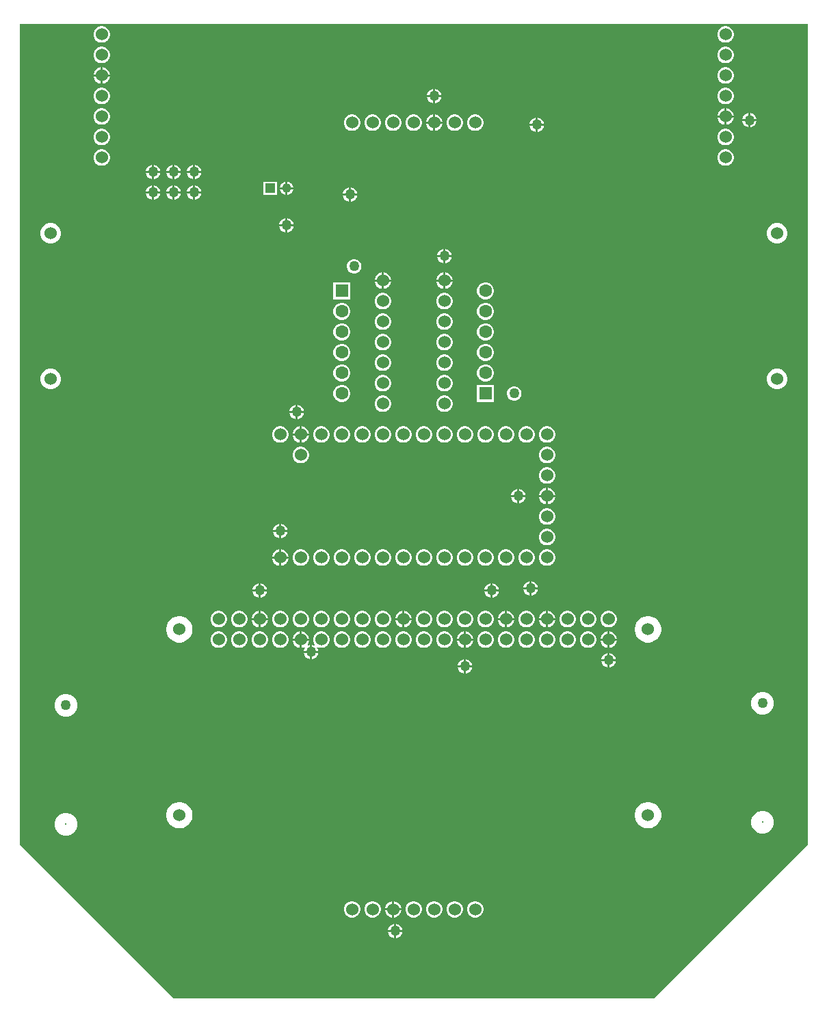
<source format=gbr>
%TF.GenerationSoftware,Altium Limited,Altium Designer,23.2.1 (34)*%
G04 Layer_Physical_Order=2*
G04 Layer_Color=16711680*
%FSLAX26Y26*%
%MOIN*%
%TF.SameCoordinates,C295F6C5-B72E-4061-B5E5-0E097F681155*%
%TF.FilePolarity,Positive*%
%TF.FileFunction,Copper,L2,Bot,Signal*%
%TF.Part,Single*%
G01*
G75*
%TA.AperFunction,ComponentPad*%
%ADD16C,0.060000*%
%ADD17R,0.045276X0.045276*%
%ADD18C,0.045276*%
%ADD19C,0.050000*%
%ADD20C,0.010000*%
%ADD21C,0.062992*%
%ADD22R,0.062992X0.062992*%
%TA.AperFunction,ViaPad*%
%ADD23C,0.050000*%
G36*
X1920000Y800000D02*
X1170000Y50000D01*
X-1170000D01*
X-1920000Y800000D01*
Y4800000D01*
X1920000D01*
Y800000D01*
D02*
G37*
%LPC*%
G36*
X1525266Y4790000D02*
X1514734D01*
X1504561Y4787274D01*
X1495439Y4782008D01*
X1487992Y4774561D01*
X1482726Y4765439D01*
X1480000Y4755266D01*
Y4744734D01*
X1482726Y4734561D01*
X1487992Y4725439D01*
X1495439Y4717992D01*
X1504561Y4712726D01*
X1514734Y4710000D01*
X1525266D01*
X1535439Y4712726D01*
X1544561Y4717992D01*
X1552008Y4725439D01*
X1557274Y4734561D01*
X1560000Y4744734D01*
Y4755266D01*
X1557274Y4765439D01*
X1552008Y4774561D01*
X1544561Y4782008D01*
X1535439Y4787274D01*
X1525266Y4790000D01*
D02*
G37*
G36*
X-1514734D02*
X-1525266D01*
X-1535439Y4787274D01*
X-1544561Y4782008D01*
X-1552008Y4774561D01*
X-1557274Y4765439D01*
X-1560000Y4755266D01*
Y4744734D01*
X-1557274Y4734561D01*
X-1552008Y4725439D01*
X-1544561Y4717992D01*
X-1535439Y4712726D01*
X-1525266Y4710000D01*
X-1514734D01*
X-1504561Y4712726D01*
X-1495439Y4717992D01*
X-1487992Y4725439D01*
X-1482726Y4734561D01*
X-1480000Y4744734D01*
Y4755266D01*
X-1482726Y4765439D01*
X-1487992Y4774561D01*
X-1495439Y4782008D01*
X-1504561Y4787274D01*
X-1514734Y4790000D01*
D02*
G37*
G36*
X1525266Y4690000D02*
X1514734D01*
X1504561Y4687274D01*
X1495439Y4682008D01*
X1487992Y4674561D01*
X1482726Y4665439D01*
X1480000Y4655266D01*
Y4644734D01*
X1482726Y4634561D01*
X1487992Y4625439D01*
X1495439Y4617992D01*
X1504561Y4612726D01*
X1514734Y4610000D01*
X1525266D01*
X1535439Y4612726D01*
X1544561Y4617992D01*
X1552008Y4625439D01*
X1557274Y4634561D01*
X1560000Y4644734D01*
Y4655266D01*
X1557274Y4665439D01*
X1552008Y4674561D01*
X1544561Y4682008D01*
X1535439Y4687274D01*
X1525266Y4690000D01*
D02*
G37*
G36*
X-1514734D02*
X-1525266D01*
X-1535439Y4687274D01*
X-1544561Y4682008D01*
X-1552008Y4674561D01*
X-1557274Y4665439D01*
X-1560000Y4655266D01*
Y4644734D01*
X-1557274Y4634561D01*
X-1552008Y4625439D01*
X-1544561Y4617992D01*
X-1535439Y4612726D01*
X-1525266Y4610000D01*
X-1514734D01*
X-1504561Y4612726D01*
X-1495439Y4617992D01*
X-1487992Y4625439D01*
X-1482726Y4634561D01*
X-1480000Y4644734D01*
Y4655266D01*
X-1482726Y4665439D01*
X-1487992Y4674561D01*
X-1495439Y4682008D01*
X-1504561Y4687274D01*
X-1514734Y4690000D01*
D02*
G37*
G36*
Y4590000D02*
X-1515000D01*
Y4555000D01*
X-1480000D01*
Y4555266D01*
X-1482726Y4565439D01*
X-1487992Y4574561D01*
X-1495439Y4582008D01*
X-1504561Y4587274D01*
X-1514734Y4590000D01*
D02*
G37*
G36*
X-1525000D02*
X-1525266D01*
X-1535439Y4587274D01*
X-1544561Y4582008D01*
X-1552008Y4574561D01*
X-1557274Y4565439D01*
X-1560000Y4555266D01*
Y4555000D01*
X-1525000D01*
Y4590000D01*
D02*
G37*
G36*
X1525266D02*
X1514734D01*
X1504561Y4587274D01*
X1495439Y4582008D01*
X1487992Y4574561D01*
X1482726Y4565439D01*
X1480000Y4555266D01*
Y4544734D01*
X1482726Y4534561D01*
X1487992Y4525439D01*
X1495439Y4517992D01*
X1504561Y4512726D01*
X1514734Y4510000D01*
X1525266D01*
X1535439Y4512726D01*
X1544561Y4517992D01*
X1552008Y4525439D01*
X1557274Y4534561D01*
X1560000Y4544734D01*
Y4555266D01*
X1557274Y4565439D01*
X1552008Y4574561D01*
X1544561Y4582008D01*
X1535439Y4587274D01*
X1525266Y4590000D01*
D02*
G37*
G36*
X-1480000Y4545000D02*
X-1515000D01*
Y4510000D01*
X-1514734D01*
X-1504561Y4512726D01*
X-1495439Y4517992D01*
X-1487992Y4525439D01*
X-1482726Y4534561D01*
X-1480000Y4544734D01*
Y4545000D01*
D02*
G37*
G36*
X-1525000D02*
X-1560000D01*
Y4544734D01*
X-1557274Y4534561D01*
X-1552008Y4525439D01*
X-1544561Y4517992D01*
X-1535439Y4512726D01*
X-1525266Y4510000D01*
X-1525000D01*
Y4545000D01*
D02*
G37*
G36*
X105000Y4484895D02*
Y4455000D01*
X134895D01*
X132615Y4463510D01*
X128007Y4471490D01*
X121490Y4478007D01*
X113510Y4482615D01*
X105000Y4484895D01*
D02*
G37*
G36*
X95000D02*
X86490Y4482615D01*
X78510Y4478007D01*
X71993Y4471490D01*
X67385Y4463510D01*
X65105Y4455000D01*
X95000D01*
Y4484895D01*
D02*
G37*
G36*
X134895Y4445000D02*
X105000D01*
Y4415105D01*
X113510Y4417385D01*
X121490Y4421993D01*
X128007Y4428510D01*
X132615Y4436490D01*
X134895Y4445000D01*
D02*
G37*
G36*
X95000D02*
X65105D01*
X67385Y4436490D01*
X71993Y4428510D01*
X78510Y4421993D01*
X86490Y4417385D01*
X95000Y4415105D01*
Y4445000D01*
D02*
G37*
G36*
X1525266Y4490000D02*
X1514734D01*
X1504561Y4487274D01*
X1495439Y4482008D01*
X1487992Y4474561D01*
X1482726Y4465439D01*
X1480000Y4455266D01*
Y4444734D01*
X1482726Y4434561D01*
X1487992Y4425439D01*
X1495439Y4417992D01*
X1504561Y4412726D01*
X1514734Y4410000D01*
X1525266D01*
X1535439Y4412726D01*
X1544561Y4417992D01*
X1552008Y4425439D01*
X1557274Y4434561D01*
X1560000Y4444734D01*
Y4455266D01*
X1557274Y4465439D01*
X1552008Y4474561D01*
X1544561Y4482008D01*
X1535439Y4487274D01*
X1525266Y4490000D01*
D02*
G37*
G36*
X-1514734D02*
X-1525266D01*
X-1535439Y4487274D01*
X-1544561Y4482008D01*
X-1552008Y4474561D01*
X-1557274Y4465439D01*
X-1560000Y4455266D01*
Y4444734D01*
X-1557274Y4434561D01*
X-1552008Y4425439D01*
X-1544561Y4417992D01*
X-1535439Y4412726D01*
X-1525266Y4410000D01*
X-1514734D01*
X-1504561Y4412726D01*
X-1495439Y4417992D01*
X-1487992Y4425439D01*
X-1482726Y4434561D01*
X-1480000Y4444734D01*
Y4455266D01*
X-1482726Y4465439D01*
X-1487992Y4474561D01*
X-1495439Y4482008D01*
X-1504561Y4487274D01*
X-1514734Y4490000D01*
D02*
G37*
G36*
X1525266Y4390000D02*
X1525000D01*
Y4355000D01*
X1560000D01*
Y4355266D01*
X1557274Y4365439D01*
X1552008Y4374561D01*
X1544561Y4382008D01*
X1535439Y4387274D01*
X1525266Y4390000D01*
D02*
G37*
G36*
X1515000D02*
X1514734D01*
X1504561Y4387274D01*
X1495439Y4382008D01*
X1487992Y4374561D01*
X1482726Y4365439D01*
X1480000Y4355266D01*
Y4355000D01*
X1515000D01*
Y4390000D01*
D02*
G37*
G36*
X1641010Y4367583D02*
Y4337688D01*
X1670905D01*
X1668624Y4346197D01*
X1664017Y4354178D01*
X1657500Y4360695D01*
X1649519Y4365302D01*
X1641010Y4367583D01*
D02*
G37*
G36*
X1631010D02*
X1622500Y4365302D01*
X1614519Y4360695D01*
X1608003Y4354178D01*
X1603395Y4346197D01*
X1601115Y4337688D01*
X1631010D01*
Y4367583D01*
D02*
G37*
G36*
X105266Y4360000D02*
X105000D01*
Y4325000D01*
X140000D01*
Y4325266D01*
X137274Y4335439D01*
X132008Y4344561D01*
X124561Y4352008D01*
X115439Y4357274D01*
X105266Y4360000D01*
D02*
G37*
G36*
X95000D02*
X94734D01*
X84561Y4357274D01*
X75439Y4352008D01*
X67992Y4344561D01*
X62726Y4335439D01*
X60000Y4325266D01*
Y4325000D01*
X95000D01*
Y4360000D01*
D02*
G37*
G36*
X605000Y4344895D02*
Y4315000D01*
X634895D01*
X632615Y4323510D01*
X628007Y4331490D01*
X621490Y4338007D01*
X613510Y4342615D01*
X605000Y4344895D01*
D02*
G37*
G36*
X595000D02*
X586490Y4342615D01*
X578510Y4338007D01*
X571993Y4331490D01*
X567385Y4323510D01*
X565105Y4315000D01*
X595000D01*
Y4344895D01*
D02*
G37*
G36*
X1560000Y4345000D02*
X1525000D01*
Y4310000D01*
X1525266D01*
X1535439Y4312726D01*
X1544561Y4317992D01*
X1552008Y4325439D01*
X1557274Y4334561D01*
X1560000Y4344734D01*
Y4345000D01*
D02*
G37*
G36*
X1515000D02*
X1480000D01*
Y4344734D01*
X1482726Y4334561D01*
X1487992Y4325439D01*
X1495439Y4317992D01*
X1504561Y4312726D01*
X1514734Y4310000D01*
X1515000D01*
Y4345000D01*
D02*
G37*
G36*
X-1514734Y4390000D02*
X-1525266D01*
X-1535439Y4387274D01*
X-1544561Y4382008D01*
X-1552008Y4374561D01*
X-1557274Y4365439D01*
X-1560000Y4355266D01*
Y4344734D01*
X-1557274Y4334561D01*
X-1552008Y4325439D01*
X-1544561Y4317992D01*
X-1535439Y4312726D01*
X-1525266Y4310000D01*
X-1514734D01*
X-1504561Y4312726D01*
X-1495439Y4317992D01*
X-1487992Y4325439D01*
X-1482726Y4334561D01*
X-1480000Y4344734D01*
Y4355266D01*
X-1482726Y4365439D01*
X-1487992Y4374561D01*
X-1495439Y4382008D01*
X-1504561Y4387274D01*
X-1514734Y4390000D01*
D02*
G37*
G36*
X1670905Y4327688D02*
X1641010D01*
Y4297793D01*
X1649519Y4300073D01*
X1657500Y4304681D01*
X1664017Y4311197D01*
X1668624Y4319178D01*
X1670905Y4327688D01*
D02*
G37*
G36*
X1631010D02*
X1601115D01*
X1603395Y4319178D01*
X1608003Y4311197D01*
X1614519Y4304681D01*
X1622500Y4300073D01*
X1631010Y4297793D01*
Y4327688D01*
D02*
G37*
G36*
X305266Y4360000D02*
X294734D01*
X284561Y4357274D01*
X275439Y4352008D01*
X267992Y4344561D01*
X262726Y4335439D01*
X260000Y4325266D01*
Y4314734D01*
X262726Y4304561D01*
X267992Y4295439D01*
X275439Y4287992D01*
X284561Y4282726D01*
X294734Y4280000D01*
X305266D01*
X315439Y4282726D01*
X324561Y4287992D01*
X332008Y4295439D01*
X337274Y4304561D01*
X340000Y4314734D01*
Y4325266D01*
X337274Y4335439D01*
X332008Y4344561D01*
X324561Y4352008D01*
X315439Y4357274D01*
X305266Y4360000D01*
D02*
G37*
G36*
X205266D02*
X194734D01*
X184561Y4357274D01*
X175439Y4352008D01*
X167992Y4344561D01*
X162726Y4335439D01*
X160000Y4325266D01*
Y4314734D01*
X162726Y4304561D01*
X167992Y4295439D01*
X175439Y4287992D01*
X184561Y4282726D01*
X194734Y4280000D01*
X205266D01*
X215439Y4282726D01*
X224561Y4287992D01*
X232008Y4295439D01*
X237274Y4304561D01*
X240000Y4314734D01*
Y4325266D01*
X237274Y4335439D01*
X232008Y4344561D01*
X224561Y4352008D01*
X215439Y4357274D01*
X205266Y4360000D01*
D02*
G37*
G36*
X140000Y4315000D02*
X105000D01*
Y4280000D01*
X105266D01*
X115439Y4282726D01*
X124561Y4287992D01*
X132008Y4295439D01*
X137274Y4304561D01*
X140000Y4314734D01*
Y4315000D01*
D02*
G37*
G36*
X95000D02*
X60000D01*
Y4314734D01*
X62726Y4304561D01*
X67992Y4295439D01*
X75439Y4287992D01*
X84561Y4282726D01*
X94734Y4280000D01*
X95000D01*
Y4315000D01*
D02*
G37*
G36*
X5266Y4360000D02*
X-5266D01*
X-15439Y4357274D01*
X-24561Y4352008D01*
X-32008Y4344561D01*
X-37274Y4335439D01*
X-40000Y4325266D01*
Y4314734D01*
X-37274Y4304561D01*
X-32008Y4295439D01*
X-24561Y4287992D01*
X-15439Y4282726D01*
X-5266Y4280000D01*
X5266D01*
X15439Y4282726D01*
X24561Y4287992D01*
X32008Y4295439D01*
X37274Y4304561D01*
X40000Y4314734D01*
Y4325266D01*
X37274Y4335439D01*
X32008Y4344561D01*
X24561Y4352008D01*
X15439Y4357274D01*
X5266Y4360000D01*
D02*
G37*
G36*
X-94734D02*
X-105266D01*
X-115439Y4357274D01*
X-124561Y4352008D01*
X-132008Y4344561D01*
X-137274Y4335439D01*
X-140000Y4325266D01*
Y4314734D01*
X-137274Y4304561D01*
X-132008Y4295439D01*
X-124561Y4287992D01*
X-115439Y4282726D01*
X-105266Y4280000D01*
X-94734D01*
X-84561Y4282726D01*
X-75439Y4287992D01*
X-67992Y4295439D01*
X-62726Y4304561D01*
X-60000Y4314734D01*
Y4325266D01*
X-62726Y4335439D01*
X-67992Y4344561D01*
X-75439Y4352008D01*
X-84561Y4357274D01*
X-94734Y4360000D01*
D02*
G37*
G36*
X-194734D02*
X-205266D01*
X-215439Y4357274D01*
X-224561Y4352008D01*
X-232008Y4344561D01*
X-237274Y4335439D01*
X-240000Y4325266D01*
Y4314734D01*
X-237274Y4304561D01*
X-232008Y4295439D01*
X-224561Y4287992D01*
X-215439Y4282726D01*
X-205266Y4280000D01*
X-194734D01*
X-184561Y4282726D01*
X-175439Y4287992D01*
X-167992Y4295439D01*
X-162726Y4304561D01*
X-160000Y4314734D01*
Y4325266D01*
X-162726Y4335439D01*
X-167992Y4344561D01*
X-175439Y4352008D01*
X-184561Y4357274D01*
X-194734Y4360000D01*
D02*
G37*
G36*
X-294734D02*
X-305266D01*
X-315439Y4357274D01*
X-324561Y4352008D01*
X-332008Y4344561D01*
X-337274Y4335439D01*
X-340000Y4325266D01*
Y4314734D01*
X-337274Y4304561D01*
X-332008Y4295439D01*
X-324561Y4287992D01*
X-315439Y4282726D01*
X-305266Y4280000D01*
X-294734D01*
X-284561Y4282726D01*
X-275439Y4287992D01*
X-267992Y4295439D01*
X-262726Y4304561D01*
X-260000Y4314734D01*
Y4325266D01*
X-262726Y4335439D01*
X-267992Y4344561D01*
X-275439Y4352008D01*
X-284561Y4357274D01*
X-294734Y4360000D01*
D02*
G37*
G36*
X634895Y4305000D02*
X605000D01*
Y4275105D01*
X613510Y4277385D01*
X621490Y4281993D01*
X628007Y4288510D01*
X632615Y4296490D01*
X634895Y4305000D01*
D02*
G37*
G36*
X595000D02*
X565105D01*
X567385Y4296490D01*
X571993Y4288510D01*
X578510Y4281993D01*
X586490Y4277385D01*
X595000Y4275105D01*
Y4305000D01*
D02*
G37*
G36*
X1525266Y4290000D02*
X1514734D01*
X1504561Y4287274D01*
X1495439Y4282008D01*
X1487992Y4274561D01*
X1482726Y4265439D01*
X1480000Y4255266D01*
Y4244734D01*
X1482726Y4234561D01*
X1487992Y4225439D01*
X1495439Y4217992D01*
X1504561Y4212726D01*
X1514734Y4210000D01*
X1525266D01*
X1535439Y4212726D01*
X1544561Y4217992D01*
X1552008Y4225439D01*
X1557274Y4234561D01*
X1560000Y4244734D01*
Y4255266D01*
X1557274Y4265439D01*
X1552008Y4274561D01*
X1544561Y4282008D01*
X1535439Y4287274D01*
X1525266Y4290000D01*
D02*
G37*
G36*
X-1514734D02*
X-1525266D01*
X-1535439Y4287274D01*
X-1544561Y4282008D01*
X-1552008Y4274561D01*
X-1557274Y4265439D01*
X-1560000Y4255266D01*
Y4244734D01*
X-1557274Y4234561D01*
X-1552008Y4225439D01*
X-1544561Y4217992D01*
X-1535439Y4212726D01*
X-1525266Y4210000D01*
X-1514734D01*
X-1504561Y4212726D01*
X-1495439Y4217992D01*
X-1487992Y4225439D01*
X-1482726Y4234561D01*
X-1480000Y4244734D01*
Y4255266D01*
X-1482726Y4265439D01*
X-1487992Y4274561D01*
X-1495439Y4282008D01*
X-1504561Y4287274D01*
X-1514734Y4290000D01*
D02*
G37*
G36*
X1525266Y4190000D02*
X1514734D01*
X1504561Y4187274D01*
X1495439Y4182008D01*
X1487992Y4174561D01*
X1482726Y4165439D01*
X1480000Y4155266D01*
Y4144734D01*
X1482726Y4134561D01*
X1487992Y4125439D01*
X1495439Y4117992D01*
X1504561Y4112726D01*
X1514734Y4110000D01*
X1525266D01*
X1535439Y4112726D01*
X1544561Y4117992D01*
X1552008Y4125439D01*
X1557274Y4134561D01*
X1560000Y4144734D01*
Y4155266D01*
X1557274Y4165439D01*
X1552008Y4174561D01*
X1544561Y4182008D01*
X1535439Y4187274D01*
X1525266Y4190000D01*
D02*
G37*
G36*
X-1514734D02*
X-1525266D01*
X-1535439Y4187274D01*
X-1544561Y4182008D01*
X-1552008Y4174561D01*
X-1557274Y4165439D01*
X-1560000Y4155266D01*
Y4144734D01*
X-1557274Y4134561D01*
X-1552008Y4125439D01*
X-1544561Y4117992D01*
X-1535439Y4112726D01*
X-1525266Y4110000D01*
X-1514734D01*
X-1504561Y4112726D01*
X-1495439Y4117992D01*
X-1487992Y4125439D01*
X-1482726Y4134561D01*
X-1480000Y4144734D01*
Y4155266D01*
X-1482726Y4165439D01*
X-1487992Y4174561D01*
X-1495439Y4182008D01*
X-1504561Y4187274D01*
X-1514734Y4190000D01*
D02*
G37*
G36*
X-1065000Y4114895D02*
Y4085000D01*
X-1035105D01*
X-1037385Y4093510D01*
X-1041993Y4101490D01*
X-1048509Y4108007D01*
X-1056491Y4112615D01*
X-1065000Y4114895D01*
D02*
G37*
G36*
X-1075000D02*
X-1083509Y4112615D01*
X-1091491Y4108007D01*
X-1098007Y4101490D01*
X-1102615Y4093510D01*
X-1104895Y4085000D01*
X-1075000D01*
Y4114895D01*
D02*
G37*
G36*
X-1165000D02*
Y4085000D01*
X-1135105D01*
X-1137385Y4093510D01*
X-1141993Y4101490D01*
X-1148509Y4108007D01*
X-1156491Y4112615D01*
X-1165000Y4114895D01*
D02*
G37*
G36*
X-1175000D02*
X-1183509Y4112615D01*
X-1191491Y4108007D01*
X-1198007Y4101490D01*
X-1202615Y4093510D01*
X-1204895Y4085000D01*
X-1175000D01*
Y4114895D01*
D02*
G37*
G36*
X-1265000D02*
Y4085000D01*
X-1235105D01*
X-1237385Y4093510D01*
X-1241993Y4101490D01*
X-1248509Y4108007D01*
X-1256491Y4112615D01*
X-1265000Y4114895D01*
D02*
G37*
G36*
X-1275000D02*
X-1283509Y4112615D01*
X-1291491Y4108007D01*
X-1298007Y4101490D01*
X-1302615Y4093510D01*
X-1304895Y4085000D01*
X-1275000D01*
Y4114895D01*
D02*
G37*
G36*
X-1035105Y4075000D02*
X-1065000D01*
Y4045105D01*
X-1056491Y4047385D01*
X-1048509Y4051993D01*
X-1041993Y4058510D01*
X-1037385Y4066490D01*
X-1035105Y4075000D01*
D02*
G37*
G36*
X-1075000D02*
X-1104895D01*
X-1102615Y4066490D01*
X-1098007Y4058510D01*
X-1091491Y4051993D01*
X-1083509Y4047385D01*
X-1075000Y4045105D01*
Y4075000D01*
D02*
G37*
G36*
X-1135105D02*
X-1165000D01*
Y4045105D01*
X-1156491Y4047385D01*
X-1148509Y4051993D01*
X-1141993Y4058510D01*
X-1137385Y4066490D01*
X-1135105Y4075000D01*
D02*
G37*
G36*
X-1175000D02*
X-1204895D01*
X-1202615Y4066490D01*
X-1198007Y4058510D01*
X-1191491Y4051993D01*
X-1183509Y4047385D01*
X-1175000Y4045105D01*
Y4075000D01*
D02*
G37*
G36*
X-1235105D02*
X-1265000D01*
Y4045105D01*
X-1256491Y4047385D01*
X-1248509Y4051993D01*
X-1241993Y4058510D01*
X-1237385Y4066490D01*
X-1235105Y4075000D01*
D02*
G37*
G36*
X-1275000D02*
X-1304895D01*
X-1302615Y4066490D01*
X-1298007Y4058510D01*
X-1291491Y4051993D01*
X-1283509Y4047385D01*
X-1275000Y4045105D01*
Y4075000D01*
D02*
G37*
G36*
X-615000Y4032449D02*
Y4005000D01*
X-587551D01*
X-589586Y4012598D01*
X-593883Y4020040D01*
X-599960Y4026117D01*
X-607402Y4030414D01*
X-615000Y4032449D01*
D02*
G37*
G36*
X-625000D02*
X-632598Y4030414D01*
X-640040Y4026117D01*
X-646117Y4020040D01*
X-650414Y4012598D01*
X-652449Y4005000D01*
X-625000D01*
Y4032449D01*
D02*
G37*
G36*
X-1065000Y4014895D02*
Y3985000D01*
X-1035105D01*
X-1037385Y3993510D01*
X-1041993Y4001490D01*
X-1048509Y4008007D01*
X-1056491Y4012615D01*
X-1065000Y4014895D01*
D02*
G37*
G36*
X-1075000D02*
X-1083509Y4012615D01*
X-1091491Y4008007D01*
X-1098007Y4001490D01*
X-1102615Y3993510D01*
X-1104895Y3985000D01*
X-1075000D01*
Y4014895D01*
D02*
G37*
G36*
X-1165000D02*
Y3985000D01*
X-1135105D01*
X-1137385Y3993510D01*
X-1141993Y4001490D01*
X-1148509Y4008007D01*
X-1156491Y4012615D01*
X-1165000Y4014895D01*
D02*
G37*
G36*
X-1175000D02*
X-1183509Y4012615D01*
X-1191491Y4008007D01*
X-1198007Y4001490D01*
X-1202615Y3993510D01*
X-1204895Y3985000D01*
X-1175000D01*
Y4014895D01*
D02*
G37*
G36*
X-1265000D02*
Y3985000D01*
X-1235105D01*
X-1237385Y3993510D01*
X-1241993Y4001490D01*
X-1248509Y4008007D01*
X-1256491Y4012615D01*
X-1265000Y4014895D01*
D02*
G37*
G36*
X-1275000D02*
X-1283509Y4012615D01*
X-1291491Y4008007D01*
X-1298007Y4001490D01*
X-1302615Y3993510D01*
X-1304895Y3985000D01*
X-1275000D01*
Y4014895D01*
D02*
G37*
G36*
X-305000Y4004895D02*
Y3975000D01*
X-275105D01*
X-277385Y3983510D01*
X-281993Y3991490D01*
X-288510Y3998007D01*
X-296490Y4002615D01*
X-305000Y4004895D01*
D02*
G37*
G36*
X-315000D02*
X-323510Y4002615D01*
X-331490Y3998007D01*
X-338007Y3991490D01*
X-342615Y3983510D01*
X-344895Y3975000D01*
X-315000D01*
Y4004895D01*
D02*
G37*
G36*
X-587551Y3995000D02*
X-615000D01*
Y3967551D01*
X-607402Y3969586D01*
X-599960Y3973883D01*
X-593883Y3979960D01*
X-589586Y3987402D01*
X-587551Y3995000D01*
D02*
G37*
G36*
X-625000D02*
X-652449D01*
X-650414Y3987402D01*
X-646117Y3979960D01*
X-640040Y3973883D01*
X-632598Y3969586D01*
X-625000Y3967551D01*
Y3995000D01*
D02*
G37*
G36*
X-666378Y4032638D02*
X-731654D01*
Y3967362D01*
X-666378D01*
Y4032638D01*
D02*
G37*
G36*
X-1035105Y3975000D02*
X-1065000D01*
Y3945105D01*
X-1056491Y3947385D01*
X-1048509Y3951993D01*
X-1041993Y3958510D01*
X-1037385Y3966490D01*
X-1035105Y3975000D01*
D02*
G37*
G36*
X-1075000D02*
X-1104895D01*
X-1102615Y3966490D01*
X-1098007Y3958510D01*
X-1091491Y3951993D01*
X-1083509Y3947385D01*
X-1075000Y3945105D01*
Y3975000D01*
D02*
G37*
G36*
X-1135105D02*
X-1165000D01*
Y3945105D01*
X-1156491Y3947385D01*
X-1148509Y3951993D01*
X-1141993Y3958510D01*
X-1137385Y3966490D01*
X-1135105Y3975000D01*
D02*
G37*
G36*
X-1175000D02*
X-1204895D01*
X-1202615Y3966490D01*
X-1198007Y3958510D01*
X-1191491Y3951993D01*
X-1183509Y3947385D01*
X-1175000Y3945105D01*
Y3975000D01*
D02*
G37*
G36*
X-1235105D02*
X-1265000D01*
Y3945105D01*
X-1256491Y3947385D01*
X-1248509Y3951993D01*
X-1241993Y3958510D01*
X-1237385Y3966490D01*
X-1235105Y3975000D01*
D02*
G37*
G36*
X-1275000D02*
X-1304895D01*
X-1302615Y3966490D01*
X-1298007Y3958510D01*
X-1291491Y3951993D01*
X-1283509Y3947385D01*
X-1275000Y3945105D01*
Y3975000D01*
D02*
G37*
G36*
X-275105Y3965000D02*
X-305000D01*
Y3935105D01*
X-296490Y3937385D01*
X-288510Y3941993D01*
X-281993Y3948510D01*
X-277385Y3956490D01*
X-275105Y3965000D01*
D02*
G37*
G36*
X-315000D02*
X-344895D01*
X-342615Y3956490D01*
X-338007Y3948510D01*
X-331490Y3941993D01*
X-323510Y3937385D01*
X-315000Y3935105D01*
Y3965000D01*
D02*
G37*
G36*
X-615000Y3854895D02*
Y3825000D01*
X-585105D01*
X-587385Y3833510D01*
X-591993Y3841490D01*
X-598510Y3848007D01*
X-606490Y3852615D01*
X-615000Y3854895D01*
D02*
G37*
G36*
X-625000D02*
X-633510Y3852615D01*
X-641490Y3848007D01*
X-648007Y3841490D01*
X-652615Y3833510D01*
X-654895Y3825000D01*
X-625000D01*
Y3854895D01*
D02*
G37*
G36*
X-585105Y3815000D02*
X-615000D01*
Y3785105D01*
X-606490Y3787385D01*
X-598510Y3791993D01*
X-591993Y3798510D01*
X-587385Y3806490D01*
X-585105Y3815000D01*
D02*
G37*
G36*
X-625000D02*
X-654895D01*
X-652615Y3806490D01*
X-648007Y3798510D01*
X-641490Y3791993D01*
X-633510Y3787385D01*
X-625000Y3785105D01*
Y3815000D01*
D02*
G37*
G36*
X1776583Y3830000D02*
X1763417D01*
X1750701Y3826593D01*
X1739299Y3820010D01*
X1729990Y3810701D01*
X1723408Y3799299D01*
X1720000Y3786583D01*
Y3773417D01*
X1723408Y3760701D01*
X1729990Y3749299D01*
X1739299Y3739990D01*
X1750701Y3733407D01*
X1763417Y3730000D01*
X1776583D01*
X1789299Y3733407D01*
X1800701Y3739990D01*
X1810010Y3749299D01*
X1816592Y3760701D01*
X1820000Y3773417D01*
Y3786583D01*
X1816592Y3799299D01*
X1810010Y3810701D01*
X1800701Y3820010D01*
X1789299Y3826593D01*
X1776583Y3830000D01*
D02*
G37*
G36*
X-1763417D02*
X-1776583D01*
X-1789299Y3826593D01*
X-1800701Y3820010D01*
X-1810010Y3810701D01*
X-1816592Y3799299D01*
X-1820000Y3786583D01*
Y3773417D01*
X-1816592Y3760701D01*
X-1810010Y3749299D01*
X-1800701Y3739990D01*
X-1789299Y3733407D01*
X-1776583Y3730000D01*
X-1763417D01*
X-1750701Y3733407D01*
X-1739299Y3739990D01*
X-1729990Y3749299D01*
X-1723408Y3760701D01*
X-1720000Y3773417D01*
Y3786583D01*
X-1723408Y3799299D01*
X-1729990Y3810701D01*
X-1739299Y3820010D01*
X-1750701Y3826593D01*
X-1763417Y3830000D01*
D02*
G37*
G36*
X154948Y3704843D02*
Y3674948D01*
X184843D01*
X182563Y3683457D01*
X177955Y3691439D01*
X171439Y3697955D01*
X163458Y3702563D01*
X154948Y3704843D01*
D02*
G37*
G36*
X144948D02*
X136439Y3702563D01*
X128458Y3697955D01*
X121941Y3691439D01*
X117333Y3683457D01*
X115053Y3674948D01*
X144948D01*
Y3704843D01*
D02*
G37*
G36*
X184843Y3664948D02*
X154948D01*
Y3635053D01*
X163458Y3637333D01*
X171439Y3641941D01*
X177955Y3648457D01*
X182563Y3656439D01*
X184843Y3664948D01*
D02*
G37*
G36*
X144948D02*
X115053D01*
X117333Y3656439D01*
X121941Y3648457D01*
X128458Y3641941D01*
X136439Y3637333D01*
X144948Y3635053D01*
Y3664948D01*
D02*
G37*
G36*
X-285392Y3655000D02*
X-294608D01*
X-303510Y3652615D01*
X-311490Y3648007D01*
X-318007Y3641490D01*
X-322615Y3633510D01*
X-325000Y3624608D01*
Y3615392D01*
X-322615Y3606490D01*
X-318007Y3598510D01*
X-311490Y3591993D01*
X-303510Y3587385D01*
X-294608Y3585000D01*
X-285392D01*
X-276490Y3587385D01*
X-268510Y3591993D01*
X-261993Y3598510D01*
X-257385Y3606490D01*
X-255000Y3615392D01*
Y3624608D01*
X-257385Y3633510D01*
X-261993Y3641490D01*
X-268510Y3648007D01*
X-276490Y3652615D01*
X-285392Y3655000D01*
D02*
G37*
G36*
X155266Y3590000D02*
X155000D01*
Y3555000D01*
X190000D01*
Y3555266D01*
X187274Y3565439D01*
X182008Y3574561D01*
X174561Y3582008D01*
X165439Y3587274D01*
X155266Y3590000D01*
D02*
G37*
G36*
X145000D02*
X144734D01*
X134561Y3587274D01*
X125439Y3582008D01*
X117992Y3574561D01*
X112726Y3565439D01*
X110000Y3555266D01*
Y3555000D01*
X145000D01*
Y3590000D01*
D02*
G37*
G36*
X-144734D02*
X-145000D01*
Y3555000D01*
X-110000D01*
Y3555266D01*
X-112726Y3565439D01*
X-117992Y3574561D01*
X-125439Y3582008D01*
X-134561Y3587274D01*
X-144734Y3590000D01*
D02*
G37*
G36*
X-155000D02*
X-155266D01*
X-165439Y3587274D01*
X-174561Y3582008D01*
X-182008Y3574561D01*
X-187274Y3565439D01*
X-190000Y3555266D01*
Y3555000D01*
X-155000D01*
Y3590000D01*
D02*
G37*
G36*
X190000Y3545000D02*
X155000D01*
Y3510000D01*
X155266D01*
X165439Y3512726D01*
X174561Y3517992D01*
X182008Y3525439D01*
X187274Y3534561D01*
X190000Y3544734D01*
Y3545000D01*
D02*
G37*
G36*
X145000D02*
X110000D01*
Y3544734D01*
X112726Y3534561D01*
X117992Y3525439D01*
X125439Y3517992D01*
X134561Y3512726D01*
X144734Y3510000D01*
X145000D01*
Y3545000D01*
D02*
G37*
G36*
X-110000D02*
X-145000D01*
Y3510000D01*
X-144734D01*
X-134561Y3512726D01*
X-125439Y3517992D01*
X-117992Y3525439D01*
X-112726Y3534561D01*
X-110000Y3544734D01*
Y3545000D01*
D02*
G37*
G36*
X-155000D02*
X-190000D01*
Y3544734D01*
X-187274Y3534561D01*
X-182008Y3525439D01*
X-174561Y3517992D01*
X-165439Y3512726D01*
X-155266Y3510000D01*
X-155000D01*
Y3545000D01*
D02*
G37*
G36*
X355463Y3541496D02*
X344537D01*
X333983Y3538668D01*
X324521Y3533205D01*
X316795Y3525479D01*
X311332Y3516017D01*
X308504Y3505463D01*
Y3494537D01*
X311332Y3483983D01*
X316795Y3474521D01*
X324521Y3466795D01*
X333983Y3461332D01*
X344537Y3458504D01*
X355463D01*
X366017Y3461332D01*
X375479Y3466795D01*
X383205Y3474521D01*
X388668Y3483983D01*
X391496Y3494537D01*
Y3505463D01*
X388668Y3516017D01*
X383205Y3525479D01*
X375479Y3533205D01*
X366017Y3538668D01*
X355463Y3541496D01*
D02*
G37*
G36*
X-308504D02*
X-391496D01*
Y3458504D01*
X-308504D01*
Y3541496D01*
D02*
G37*
G36*
X155266Y3490000D02*
X144734D01*
X134561Y3487274D01*
X125439Y3482008D01*
X117992Y3474561D01*
X112726Y3465439D01*
X110000Y3455266D01*
Y3444734D01*
X112726Y3434561D01*
X117992Y3425439D01*
X125439Y3417992D01*
X134561Y3412726D01*
X144734Y3410000D01*
X155266D01*
X165439Y3412726D01*
X174561Y3417992D01*
X182008Y3425439D01*
X187274Y3434561D01*
X190000Y3444734D01*
Y3455266D01*
X187274Y3465439D01*
X182008Y3474561D01*
X174561Y3482008D01*
X165439Y3487274D01*
X155266Y3490000D01*
D02*
G37*
G36*
X-144734D02*
X-155266D01*
X-165439Y3487274D01*
X-174561Y3482008D01*
X-182008Y3474561D01*
X-187274Y3465439D01*
X-190000Y3455266D01*
Y3444734D01*
X-187274Y3434561D01*
X-182008Y3425439D01*
X-174561Y3417992D01*
X-165439Y3412726D01*
X-155266Y3410000D01*
X-144734D01*
X-134561Y3412726D01*
X-125439Y3417992D01*
X-117992Y3425439D01*
X-112726Y3434561D01*
X-110000Y3444734D01*
Y3455266D01*
X-112726Y3465439D01*
X-117992Y3474561D01*
X-125439Y3482008D01*
X-134561Y3487274D01*
X-144734Y3490000D01*
D02*
G37*
G36*
X355463Y3441496D02*
X344537D01*
X333983Y3438668D01*
X324521Y3433205D01*
X316795Y3425479D01*
X311332Y3416017D01*
X308504Y3405463D01*
Y3394537D01*
X311332Y3383983D01*
X316795Y3374521D01*
X324521Y3366795D01*
X333983Y3361332D01*
X344537Y3358504D01*
X355463D01*
X366017Y3361332D01*
X375479Y3366795D01*
X383205Y3374521D01*
X388668Y3383983D01*
X391496Y3394537D01*
Y3405463D01*
X388668Y3416017D01*
X383205Y3425479D01*
X375479Y3433205D01*
X366017Y3438668D01*
X355463Y3441496D01*
D02*
G37*
G36*
X-344537D02*
X-355463D01*
X-366017Y3438668D01*
X-375479Y3433205D01*
X-383205Y3425479D01*
X-388668Y3416017D01*
X-391496Y3405463D01*
Y3394537D01*
X-388668Y3383983D01*
X-383205Y3374521D01*
X-375479Y3366795D01*
X-366017Y3361332D01*
X-355463Y3358504D01*
X-344537D01*
X-333983Y3361332D01*
X-324521Y3366795D01*
X-316795Y3374521D01*
X-311332Y3383983D01*
X-308504Y3394537D01*
Y3405463D01*
X-311332Y3416017D01*
X-316795Y3425479D01*
X-324521Y3433205D01*
X-333983Y3438668D01*
X-344537Y3441496D01*
D02*
G37*
G36*
X155266Y3390000D02*
X144734D01*
X134561Y3387274D01*
X125439Y3382008D01*
X117992Y3374561D01*
X112726Y3365439D01*
X110000Y3355266D01*
Y3344734D01*
X112726Y3334561D01*
X117992Y3325439D01*
X125439Y3317992D01*
X134561Y3312726D01*
X144734Y3310000D01*
X155266D01*
X165439Y3312726D01*
X174561Y3317992D01*
X182008Y3325439D01*
X187274Y3334561D01*
X190000Y3344734D01*
Y3355266D01*
X187274Y3365439D01*
X182008Y3374561D01*
X174561Y3382008D01*
X165439Y3387274D01*
X155266Y3390000D01*
D02*
G37*
G36*
X-144734D02*
X-155266D01*
X-165439Y3387274D01*
X-174561Y3382008D01*
X-182008Y3374561D01*
X-187274Y3365439D01*
X-190000Y3355266D01*
Y3344734D01*
X-187274Y3334561D01*
X-182008Y3325439D01*
X-174561Y3317992D01*
X-165439Y3312726D01*
X-155266Y3310000D01*
X-144734D01*
X-134561Y3312726D01*
X-125439Y3317992D01*
X-117992Y3325439D01*
X-112726Y3334561D01*
X-110000Y3344734D01*
Y3355266D01*
X-112726Y3365439D01*
X-117992Y3374561D01*
X-125439Y3382008D01*
X-134561Y3387274D01*
X-144734Y3390000D01*
D02*
G37*
G36*
X355463Y3341496D02*
X344537D01*
X333983Y3338668D01*
X324521Y3333205D01*
X316795Y3325479D01*
X311332Y3316017D01*
X308504Y3305463D01*
Y3294537D01*
X311332Y3283983D01*
X316795Y3274521D01*
X324521Y3266795D01*
X333983Y3261332D01*
X344537Y3258504D01*
X355463D01*
X366017Y3261332D01*
X375479Y3266795D01*
X383205Y3274521D01*
X388668Y3283983D01*
X391496Y3294537D01*
Y3305463D01*
X388668Y3316017D01*
X383205Y3325479D01*
X375479Y3333205D01*
X366017Y3338668D01*
X355463Y3341496D01*
D02*
G37*
G36*
X-344537D02*
X-355463D01*
X-366017Y3338668D01*
X-375479Y3333205D01*
X-383205Y3325479D01*
X-388668Y3316017D01*
X-391496Y3305463D01*
Y3294537D01*
X-388668Y3283983D01*
X-383205Y3274521D01*
X-375479Y3266795D01*
X-366017Y3261332D01*
X-355463Y3258504D01*
X-344537D01*
X-333983Y3261332D01*
X-324521Y3266795D01*
X-316795Y3274521D01*
X-311332Y3283983D01*
X-308504Y3294537D01*
Y3305463D01*
X-311332Y3316017D01*
X-316795Y3325479D01*
X-324521Y3333205D01*
X-333983Y3338668D01*
X-344537Y3341496D01*
D02*
G37*
G36*
X155266Y3290000D02*
X144734D01*
X134561Y3287274D01*
X125439Y3282008D01*
X117992Y3274561D01*
X112726Y3265439D01*
X110000Y3255266D01*
Y3244734D01*
X112726Y3234561D01*
X117992Y3225439D01*
X125439Y3217992D01*
X134561Y3212726D01*
X144734Y3210000D01*
X155266D01*
X165439Y3212726D01*
X174561Y3217992D01*
X182008Y3225439D01*
X187274Y3234561D01*
X190000Y3244734D01*
Y3255266D01*
X187274Y3265439D01*
X182008Y3274561D01*
X174561Y3282008D01*
X165439Y3287274D01*
X155266Y3290000D01*
D02*
G37*
G36*
X-144734D02*
X-155266D01*
X-165439Y3287274D01*
X-174561Y3282008D01*
X-182008Y3274561D01*
X-187274Y3265439D01*
X-190000Y3255266D01*
Y3244734D01*
X-187274Y3234561D01*
X-182008Y3225439D01*
X-174561Y3217992D01*
X-165439Y3212726D01*
X-155266Y3210000D01*
X-144734D01*
X-134561Y3212726D01*
X-125439Y3217992D01*
X-117992Y3225439D01*
X-112726Y3234561D01*
X-110000Y3244734D01*
Y3255266D01*
X-112726Y3265439D01*
X-117992Y3274561D01*
X-125439Y3282008D01*
X-134561Y3287274D01*
X-144734Y3290000D01*
D02*
G37*
G36*
X355463Y3241496D02*
X344537D01*
X333983Y3238668D01*
X324521Y3233205D01*
X316795Y3225479D01*
X311332Y3216017D01*
X308504Y3205463D01*
Y3194537D01*
X311332Y3183983D01*
X316795Y3174521D01*
X324521Y3166795D01*
X333983Y3161332D01*
X344537Y3158504D01*
X355463D01*
X366017Y3161332D01*
X375479Y3166795D01*
X383205Y3174521D01*
X388668Y3183983D01*
X391496Y3194537D01*
Y3205463D01*
X388668Y3216017D01*
X383205Y3225479D01*
X375479Y3233205D01*
X366017Y3238668D01*
X355463Y3241496D01*
D02*
G37*
G36*
X-344537D02*
X-355463D01*
X-366017Y3238668D01*
X-375479Y3233205D01*
X-383205Y3225479D01*
X-388668Y3216017D01*
X-391496Y3205463D01*
Y3194537D01*
X-388668Y3183983D01*
X-383205Y3174521D01*
X-375479Y3166795D01*
X-366017Y3161332D01*
X-355463Y3158504D01*
X-344537D01*
X-333983Y3161332D01*
X-324521Y3166795D01*
X-316795Y3174521D01*
X-311332Y3183983D01*
X-308504Y3194537D01*
Y3205463D01*
X-311332Y3216017D01*
X-316795Y3225479D01*
X-324521Y3233205D01*
X-333983Y3238668D01*
X-344537Y3241496D01*
D02*
G37*
G36*
X155266Y3190000D02*
X144734D01*
X134561Y3187274D01*
X125439Y3182008D01*
X117992Y3174561D01*
X112726Y3165439D01*
X110000Y3155266D01*
Y3144734D01*
X112726Y3134561D01*
X117992Y3125439D01*
X125439Y3117992D01*
X134561Y3112726D01*
X144734Y3110000D01*
X155266D01*
X165439Y3112726D01*
X174561Y3117992D01*
X182008Y3125439D01*
X187274Y3134561D01*
X190000Y3144734D01*
Y3155266D01*
X187274Y3165439D01*
X182008Y3174561D01*
X174561Y3182008D01*
X165439Y3187274D01*
X155266Y3190000D01*
D02*
G37*
G36*
X-144734D02*
X-155266D01*
X-165439Y3187274D01*
X-174561Y3182008D01*
X-182008Y3174561D01*
X-187274Y3165439D01*
X-190000Y3155266D01*
Y3144734D01*
X-187274Y3134561D01*
X-182008Y3125439D01*
X-174561Y3117992D01*
X-165439Y3112726D01*
X-155266Y3110000D01*
X-144734D01*
X-134561Y3112726D01*
X-125439Y3117992D01*
X-117992Y3125439D01*
X-112726Y3134561D01*
X-110000Y3144734D01*
Y3155266D01*
X-112726Y3165439D01*
X-117992Y3174561D01*
X-125439Y3182008D01*
X-134561Y3187274D01*
X-144734Y3190000D01*
D02*
G37*
G36*
X355463Y3141496D02*
X344537D01*
X333983Y3138668D01*
X324521Y3133205D01*
X316795Y3125479D01*
X311332Y3116017D01*
X308504Y3105463D01*
Y3094537D01*
X311332Y3083983D01*
X316795Y3074521D01*
X324521Y3066795D01*
X333983Y3061332D01*
X344537Y3058504D01*
X355463D01*
X366017Y3061332D01*
X375479Y3066795D01*
X383205Y3074521D01*
X388668Y3083983D01*
X391496Y3094537D01*
Y3105463D01*
X388668Y3116017D01*
X383205Y3125479D01*
X375479Y3133205D01*
X366017Y3138668D01*
X355463Y3141496D01*
D02*
G37*
G36*
X-344537D02*
X-355463D01*
X-366017Y3138668D01*
X-375479Y3133205D01*
X-383205Y3125479D01*
X-388668Y3116017D01*
X-391496Y3105463D01*
Y3094537D01*
X-388668Y3083983D01*
X-383205Y3074521D01*
X-375479Y3066795D01*
X-366017Y3061332D01*
X-355463Y3058504D01*
X-344537D01*
X-333983Y3061332D01*
X-324521Y3066795D01*
X-316795Y3074521D01*
X-311332Y3083983D01*
X-308504Y3094537D01*
Y3105463D01*
X-311332Y3116017D01*
X-316795Y3125479D01*
X-324521Y3133205D01*
X-333983Y3138668D01*
X-344537Y3141496D01*
D02*
G37*
G36*
X1776583Y3120000D02*
X1763417D01*
X1750701Y3116593D01*
X1739299Y3110010D01*
X1729990Y3100701D01*
X1723408Y3089299D01*
X1720000Y3076583D01*
Y3063417D01*
X1723408Y3050701D01*
X1729990Y3039299D01*
X1739299Y3029990D01*
X1750701Y3023407D01*
X1763417Y3020000D01*
X1776583D01*
X1789299Y3023407D01*
X1800701Y3029990D01*
X1810010Y3039299D01*
X1816592Y3050701D01*
X1820000Y3063417D01*
Y3076583D01*
X1816592Y3089299D01*
X1810010Y3100701D01*
X1800701Y3110010D01*
X1789299Y3116593D01*
X1776583Y3120000D01*
D02*
G37*
G36*
X-1763417D02*
X-1776583D01*
X-1789299Y3116593D01*
X-1800701Y3110010D01*
X-1810010Y3100701D01*
X-1816592Y3089299D01*
X-1820000Y3076583D01*
Y3063417D01*
X-1816592Y3050701D01*
X-1810010Y3039299D01*
X-1800701Y3029990D01*
X-1789299Y3023407D01*
X-1776583Y3020000D01*
X-1763417D01*
X-1750701Y3023407D01*
X-1739299Y3029990D01*
X-1729990Y3039299D01*
X-1723408Y3050701D01*
X-1720000Y3063417D01*
Y3076583D01*
X-1723408Y3089299D01*
X-1729990Y3100701D01*
X-1739299Y3110010D01*
X-1750701Y3116593D01*
X-1763417Y3120000D01*
D02*
G37*
G36*
X155266Y3090000D02*
X144734D01*
X134561Y3087274D01*
X125439Y3082008D01*
X117992Y3074561D01*
X112726Y3065439D01*
X110000Y3055266D01*
Y3044734D01*
X112726Y3034561D01*
X117992Y3025439D01*
X125439Y3017992D01*
X134561Y3012726D01*
X144734Y3010000D01*
X155266D01*
X165439Y3012726D01*
X174561Y3017992D01*
X182008Y3025439D01*
X187274Y3034561D01*
X190000Y3044734D01*
Y3055266D01*
X187274Y3065439D01*
X182008Y3074561D01*
X174561Y3082008D01*
X165439Y3087274D01*
X155266Y3090000D01*
D02*
G37*
G36*
X-144734D02*
X-155266D01*
X-165439Y3087274D01*
X-174561Y3082008D01*
X-182008Y3074561D01*
X-187274Y3065439D01*
X-190000Y3055266D01*
Y3044734D01*
X-187274Y3034561D01*
X-182008Y3025439D01*
X-174561Y3017992D01*
X-165439Y3012726D01*
X-155266Y3010000D01*
X-144734D01*
X-134561Y3012726D01*
X-125439Y3017992D01*
X-117992Y3025439D01*
X-112726Y3034561D01*
X-110000Y3044734D01*
Y3055266D01*
X-112726Y3065439D01*
X-117992Y3074561D01*
X-125439Y3082008D01*
X-134561Y3087274D01*
X-144734Y3090000D01*
D02*
G37*
G36*
X494608Y3035000D02*
X485392D01*
X476490Y3032615D01*
X468510Y3028007D01*
X461993Y3021490D01*
X457385Y3013510D01*
X455000Y3004608D01*
Y2995392D01*
X457385Y2986490D01*
X461993Y2978510D01*
X468510Y2971993D01*
X476490Y2967385D01*
X485392Y2965000D01*
X494608D01*
X503510Y2967385D01*
X511490Y2971993D01*
X518007Y2978510D01*
X522615Y2986490D01*
X525000Y2995392D01*
Y3004608D01*
X522615Y3013510D01*
X518007Y3021490D01*
X511490Y3028007D01*
X503510Y3032615D01*
X494608Y3035000D01*
D02*
G37*
G36*
X391496Y3041496D02*
X308504D01*
Y2958504D01*
X391496D01*
Y3041496D01*
D02*
G37*
G36*
X-344537D02*
X-355463D01*
X-366017Y3038668D01*
X-375479Y3033205D01*
X-383205Y3025479D01*
X-388668Y3016017D01*
X-391496Y3005463D01*
Y2994537D01*
X-388668Y2983983D01*
X-383205Y2974521D01*
X-375479Y2966795D01*
X-366017Y2961332D01*
X-355463Y2958504D01*
X-344537D01*
X-333983Y2961332D01*
X-324521Y2966795D01*
X-316795Y2974521D01*
X-311332Y2983983D01*
X-308504Y2994537D01*
Y3005463D01*
X-311332Y3016017D01*
X-316795Y3025479D01*
X-324521Y3033205D01*
X-333983Y3038668D01*
X-344537Y3041496D01*
D02*
G37*
G36*
X-565000Y2944895D02*
Y2915000D01*
X-535105D01*
X-537385Y2923510D01*
X-541993Y2931490D01*
X-548510Y2938007D01*
X-556490Y2942615D01*
X-565000Y2944895D01*
D02*
G37*
G36*
X-575000D02*
X-583510Y2942615D01*
X-591490Y2938007D01*
X-598007Y2931490D01*
X-602615Y2923510D01*
X-604895Y2915000D01*
X-575000D01*
Y2944895D01*
D02*
G37*
G36*
X155266Y2990000D02*
X144734D01*
X134561Y2987274D01*
X125439Y2982008D01*
X117992Y2974561D01*
X112726Y2965439D01*
X110000Y2955266D01*
Y2944734D01*
X112726Y2934561D01*
X117992Y2925439D01*
X125439Y2917992D01*
X134561Y2912726D01*
X144734Y2910000D01*
X155266D01*
X165439Y2912726D01*
X174561Y2917992D01*
X182008Y2925439D01*
X187274Y2934561D01*
X190000Y2944734D01*
Y2955266D01*
X187274Y2965439D01*
X182008Y2974561D01*
X174561Y2982008D01*
X165439Y2987274D01*
X155266Y2990000D01*
D02*
G37*
G36*
X-144734D02*
X-155266D01*
X-165439Y2987274D01*
X-174561Y2982008D01*
X-182008Y2974561D01*
X-187274Y2965439D01*
X-190000Y2955266D01*
Y2944734D01*
X-187274Y2934561D01*
X-182008Y2925439D01*
X-174561Y2917992D01*
X-165439Y2912726D01*
X-155266Y2910000D01*
X-144734D01*
X-134561Y2912726D01*
X-125439Y2917992D01*
X-117992Y2925439D01*
X-112726Y2934561D01*
X-110000Y2944734D01*
Y2955266D01*
X-112726Y2965439D01*
X-117992Y2974561D01*
X-125439Y2982008D01*
X-134561Y2987274D01*
X-144734Y2990000D01*
D02*
G37*
G36*
X-535105Y2905000D02*
X-565000D01*
Y2875105D01*
X-556490Y2877385D01*
X-548510Y2881993D01*
X-541993Y2888510D01*
X-537385Y2896490D01*
X-535105Y2905000D01*
D02*
G37*
G36*
X-575000D02*
X-604895D01*
X-602615Y2896490D01*
X-598007Y2888510D01*
X-591490Y2881993D01*
X-583510Y2877385D01*
X-575000Y2875105D01*
Y2905000D01*
D02*
G37*
G36*
X-544734Y2840000D02*
X-545000D01*
Y2805000D01*
X-510000D01*
Y2805266D01*
X-512726Y2815439D01*
X-517992Y2824561D01*
X-525439Y2832008D01*
X-534561Y2837274D01*
X-544734Y2840000D01*
D02*
G37*
G36*
X-555000D02*
X-555266D01*
X-565439Y2837274D01*
X-574561Y2832008D01*
X-582008Y2824561D01*
X-587274Y2815439D01*
X-590000Y2805266D01*
Y2805000D01*
X-555000D01*
Y2840000D01*
D02*
G37*
G36*
X655266D02*
X644734D01*
X634561Y2837274D01*
X625439Y2832008D01*
X617992Y2824561D01*
X612726Y2815439D01*
X610000Y2805266D01*
Y2794734D01*
X612726Y2784561D01*
X617992Y2775439D01*
X625439Y2767992D01*
X634561Y2762726D01*
X644734Y2760000D01*
X655266D01*
X665439Y2762726D01*
X674561Y2767992D01*
X682008Y2775439D01*
X687274Y2784561D01*
X690000Y2794734D01*
Y2805266D01*
X687274Y2815439D01*
X682008Y2824561D01*
X674561Y2832008D01*
X665439Y2837274D01*
X655266Y2840000D01*
D02*
G37*
G36*
X555266D02*
X544734D01*
X534561Y2837274D01*
X525439Y2832008D01*
X517992Y2824561D01*
X512726Y2815439D01*
X510000Y2805266D01*
Y2794734D01*
X512726Y2784561D01*
X517992Y2775439D01*
X525439Y2767992D01*
X534561Y2762726D01*
X544734Y2760000D01*
X555266D01*
X565439Y2762726D01*
X574561Y2767992D01*
X582008Y2775439D01*
X587274Y2784561D01*
X590000Y2794734D01*
Y2805266D01*
X587274Y2815439D01*
X582008Y2824561D01*
X574561Y2832008D01*
X565439Y2837274D01*
X555266Y2840000D01*
D02*
G37*
G36*
X455266D02*
X444734D01*
X434561Y2837274D01*
X425439Y2832008D01*
X417992Y2824561D01*
X412726Y2815439D01*
X410000Y2805266D01*
Y2794734D01*
X412726Y2784561D01*
X417992Y2775439D01*
X425439Y2767992D01*
X434561Y2762726D01*
X444734Y2760000D01*
X455266D01*
X465439Y2762726D01*
X474561Y2767992D01*
X482008Y2775439D01*
X487274Y2784561D01*
X490000Y2794734D01*
Y2805266D01*
X487274Y2815439D01*
X482008Y2824561D01*
X474561Y2832008D01*
X465439Y2837274D01*
X455266Y2840000D01*
D02*
G37*
G36*
X355266D02*
X344734D01*
X334561Y2837274D01*
X325439Y2832008D01*
X317992Y2824561D01*
X312726Y2815439D01*
X310000Y2805266D01*
Y2794734D01*
X312726Y2784561D01*
X317992Y2775439D01*
X325439Y2767992D01*
X334561Y2762726D01*
X344734Y2760000D01*
X355266D01*
X365439Y2762726D01*
X374561Y2767992D01*
X382008Y2775439D01*
X387274Y2784561D01*
X390000Y2794734D01*
Y2805266D01*
X387274Y2815439D01*
X382008Y2824561D01*
X374561Y2832008D01*
X365439Y2837274D01*
X355266Y2840000D01*
D02*
G37*
G36*
X255266D02*
X244734D01*
X234561Y2837274D01*
X225439Y2832008D01*
X217992Y2824561D01*
X212726Y2815439D01*
X210000Y2805266D01*
Y2794734D01*
X212726Y2784561D01*
X217992Y2775439D01*
X225439Y2767992D01*
X234561Y2762726D01*
X244734Y2760000D01*
X255266D01*
X265439Y2762726D01*
X274561Y2767992D01*
X282008Y2775439D01*
X287274Y2784561D01*
X290000Y2794734D01*
Y2805266D01*
X287274Y2815439D01*
X282008Y2824561D01*
X274561Y2832008D01*
X265439Y2837274D01*
X255266Y2840000D01*
D02*
G37*
G36*
X155266D02*
X144734D01*
X134561Y2837274D01*
X125439Y2832008D01*
X117992Y2824561D01*
X112726Y2815439D01*
X110000Y2805266D01*
Y2794734D01*
X112726Y2784561D01*
X117992Y2775439D01*
X125439Y2767992D01*
X134561Y2762726D01*
X144734Y2760000D01*
X155266D01*
X165439Y2762726D01*
X174561Y2767992D01*
X182008Y2775439D01*
X187274Y2784561D01*
X190000Y2794734D01*
Y2805266D01*
X187274Y2815439D01*
X182008Y2824561D01*
X174561Y2832008D01*
X165439Y2837274D01*
X155266Y2840000D01*
D02*
G37*
G36*
X55266D02*
X44734D01*
X34561Y2837274D01*
X25439Y2832008D01*
X17992Y2824561D01*
X12726Y2815439D01*
X10000Y2805266D01*
Y2794734D01*
X12726Y2784561D01*
X17992Y2775439D01*
X25439Y2767992D01*
X34561Y2762726D01*
X44734Y2760000D01*
X55266D01*
X65439Y2762726D01*
X74561Y2767992D01*
X82008Y2775439D01*
X87274Y2784561D01*
X90000Y2794734D01*
Y2805266D01*
X87274Y2815439D01*
X82008Y2824561D01*
X74561Y2832008D01*
X65439Y2837274D01*
X55266Y2840000D01*
D02*
G37*
G36*
X-44734D02*
X-55266D01*
X-65439Y2837274D01*
X-74561Y2832008D01*
X-82008Y2824561D01*
X-87274Y2815439D01*
X-90000Y2805266D01*
Y2794734D01*
X-87274Y2784561D01*
X-82008Y2775439D01*
X-74561Y2767992D01*
X-65439Y2762726D01*
X-55266Y2760000D01*
X-44734D01*
X-34561Y2762726D01*
X-25439Y2767992D01*
X-17992Y2775439D01*
X-12726Y2784561D01*
X-10000Y2794734D01*
Y2805266D01*
X-12726Y2815439D01*
X-17992Y2824561D01*
X-25439Y2832008D01*
X-34561Y2837274D01*
X-44734Y2840000D01*
D02*
G37*
G36*
X-144734D02*
X-155266D01*
X-165439Y2837274D01*
X-174561Y2832008D01*
X-182008Y2824561D01*
X-187274Y2815439D01*
X-190000Y2805266D01*
Y2794734D01*
X-187274Y2784561D01*
X-182008Y2775439D01*
X-174561Y2767992D01*
X-165439Y2762726D01*
X-155266Y2760000D01*
X-144734D01*
X-134561Y2762726D01*
X-125439Y2767992D01*
X-117992Y2775439D01*
X-112726Y2784561D01*
X-110000Y2794734D01*
Y2805266D01*
X-112726Y2815439D01*
X-117992Y2824561D01*
X-125439Y2832008D01*
X-134561Y2837274D01*
X-144734Y2840000D01*
D02*
G37*
G36*
X-244734D02*
X-255266D01*
X-265439Y2837274D01*
X-274561Y2832008D01*
X-282008Y2824561D01*
X-287274Y2815439D01*
X-290000Y2805266D01*
Y2794734D01*
X-287274Y2784561D01*
X-282008Y2775439D01*
X-274561Y2767992D01*
X-265439Y2762726D01*
X-255266Y2760000D01*
X-244734D01*
X-234561Y2762726D01*
X-225439Y2767992D01*
X-217992Y2775439D01*
X-212726Y2784561D01*
X-210000Y2794734D01*
Y2805266D01*
X-212726Y2815439D01*
X-217992Y2824561D01*
X-225439Y2832008D01*
X-234561Y2837274D01*
X-244734Y2840000D01*
D02*
G37*
G36*
X-344734D02*
X-355266D01*
X-365439Y2837274D01*
X-374561Y2832008D01*
X-382008Y2824561D01*
X-387274Y2815439D01*
X-390000Y2805266D01*
Y2794734D01*
X-387274Y2784561D01*
X-382008Y2775439D01*
X-374561Y2767992D01*
X-365439Y2762726D01*
X-355266Y2760000D01*
X-344734D01*
X-334561Y2762726D01*
X-325439Y2767992D01*
X-317992Y2775439D01*
X-312726Y2784561D01*
X-310000Y2794734D01*
Y2805266D01*
X-312726Y2815439D01*
X-317992Y2824561D01*
X-325439Y2832008D01*
X-334561Y2837274D01*
X-344734Y2840000D01*
D02*
G37*
G36*
X-444734D02*
X-455266D01*
X-465439Y2837274D01*
X-474561Y2832008D01*
X-482008Y2824561D01*
X-487274Y2815439D01*
X-490000Y2805266D01*
Y2794734D01*
X-487274Y2784561D01*
X-482008Y2775439D01*
X-474561Y2767992D01*
X-465439Y2762726D01*
X-455266Y2760000D01*
X-444734D01*
X-434561Y2762726D01*
X-425439Y2767992D01*
X-417992Y2775439D01*
X-412726Y2784561D01*
X-410000Y2794734D01*
Y2805266D01*
X-412726Y2815439D01*
X-417992Y2824561D01*
X-425439Y2832008D01*
X-434561Y2837274D01*
X-444734Y2840000D01*
D02*
G37*
G36*
X-510000Y2795000D02*
X-545000D01*
Y2760000D01*
X-544734D01*
X-534561Y2762726D01*
X-525439Y2767992D01*
X-517992Y2775439D01*
X-512726Y2784561D01*
X-510000Y2794734D01*
Y2795000D01*
D02*
G37*
G36*
X-555000D02*
X-590000D01*
Y2794734D01*
X-587274Y2784561D01*
X-582008Y2775439D01*
X-574561Y2767992D01*
X-565439Y2762726D01*
X-555266Y2760000D01*
X-555000D01*
Y2795000D01*
D02*
G37*
G36*
X-644734Y2840000D02*
X-655266D01*
X-665439Y2837274D01*
X-674561Y2832008D01*
X-682008Y2824561D01*
X-687274Y2815439D01*
X-690000Y2805266D01*
Y2794734D01*
X-687274Y2784561D01*
X-682008Y2775439D01*
X-674561Y2767992D01*
X-665439Y2762726D01*
X-655266Y2760000D01*
X-644734D01*
X-634561Y2762726D01*
X-625439Y2767992D01*
X-617992Y2775439D01*
X-612726Y2784561D01*
X-610000Y2794734D01*
Y2805266D01*
X-612726Y2815439D01*
X-617992Y2824561D01*
X-625439Y2832008D01*
X-634561Y2837274D01*
X-644734Y2840000D01*
D02*
G37*
G36*
X655266Y2740000D02*
X644734D01*
X634561Y2737274D01*
X625439Y2732008D01*
X617992Y2724561D01*
X612726Y2715439D01*
X610000Y2705266D01*
Y2694734D01*
X612726Y2684561D01*
X617992Y2675439D01*
X625439Y2667992D01*
X634561Y2662726D01*
X644734Y2660000D01*
X655266D01*
X665439Y2662726D01*
X674561Y2667992D01*
X682008Y2675439D01*
X687274Y2684561D01*
X690000Y2694734D01*
Y2705266D01*
X687274Y2715439D01*
X682008Y2724561D01*
X674561Y2732008D01*
X665439Y2737274D01*
X655266Y2740000D01*
D02*
G37*
G36*
X-544734D02*
X-555266D01*
X-565439Y2737274D01*
X-574561Y2732008D01*
X-582008Y2724561D01*
X-587274Y2715439D01*
X-590000Y2705266D01*
Y2694734D01*
X-587274Y2684561D01*
X-582008Y2675439D01*
X-574561Y2667992D01*
X-565439Y2662726D01*
X-555266Y2660000D01*
X-544734D01*
X-534561Y2662726D01*
X-525439Y2667992D01*
X-517992Y2675439D01*
X-512726Y2684561D01*
X-510000Y2694734D01*
Y2705266D01*
X-512726Y2715439D01*
X-517992Y2724561D01*
X-525439Y2732008D01*
X-534561Y2737274D01*
X-544734Y2740000D01*
D02*
G37*
G36*
X655266Y2640000D02*
X644734D01*
X634561Y2637274D01*
X625439Y2632008D01*
X617992Y2624561D01*
X612726Y2615439D01*
X610000Y2605266D01*
Y2594734D01*
X612726Y2584561D01*
X617992Y2575439D01*
X625439Y2567992D01*
X634561Y2562726D01*
X644734Y2560000D01*
X655266D01*
X665439Y2562726D01*
X674561Y2567992D01*
X682008Y2575439D01*
X687274Y2584561D01*
X690000Y2594734D01*
Y2605266D01*
X687274Y2615439D01*
X682008Y2624561D01*
X674561Y2632008D01*
X665439Y2637274D01*
X655266Y2640000D01*
D02*
G37*
G36*
Y2540000D02*
X655000D01*
Y2505000D01*
X690000D01*
Y2505266D01*
X687274Y2515439D01*
X682008Y2524561D01*
X674561Y2532008D01*
X665439Y2537274D01*
X655266Y2540000D01*
D02*
G37*
G36*
X515000Y2534895D02*
Y2505000D01*
X544895D01*
X542615Y2513510D01*
X538007Y2521490D01*
X531490Y2528007D01*
X523510Y2532615D01*
X515000Y2534895D01*
D02*
G37*
G36*
X505000D02*
X496490Y2532615D01*
X488510Y2528007D01*
X481993Y2521490D01*
X477385Y2513510D01*
X475105Y2505000D01*
X505000D01*
Y2534895D01*
D02*
G37*
G36*
X645000Y2540000D02*
X644734D01*
X634561Y2537274D01*
X625439Y2532008D01*
X617992Y2524561D01*
X612726Y2515439D01*
X610000Y2505266D01*
Y2505000D01*
X645000D01*
Y2540000D01*
D02*
G37*
G36*
X544895Y2495000D02*
X515000D01*
Y2465105D01*
X523510Y2467385D01*
X531490Y2471993D01*
X538007Y2478510D01*
X542615Y2486490D01*
X544895Y2495000D01*
D02*
G37*
G36*
X505000D02*
X475105D01*
X477385Y2486490D01*
X481993Y2478510D01*
X488510Y2471993D01*
X496490Y2467385D01*
X505000Y2465105D01*
Y2495000D01*
D02*
G37*
G36*
X690000D02*
X655000D01*
Y2460000D01*
X655266D01*
X665439Y2462726D01*
X674561Y2467992D01*
X682008Y2475439D01*
X687274Y2484561D01*
X690000Y2494734D01*
Y2495000D01*
D02*
G37*
G36*
X645000D02*
X610000D01*
Y2494734D01*
X612726Y2484561D01*
X617992Y2475439D01*
X625439Y2467992D01*
X634561Y2462726D01*
X644734Y2460000D01*
X645000D01*
Y2495000D01*
D02*
G37*
G36*
X655266Y2440000D02*
X644734D01*
X634561Y2437274D01*
X625439Y2432008D01*
X617992Y2424561D01*
X612726Y2415439D01*
X610000Y2405266D01*
Y2394734D01*
X612726Y2384561D01*
X617992Y2375439D01*
X625439Y2367992D01*
X634561Y2362726D01*
X644734Y2360000D01*
X655266D01*
X665439Y2362726D01*
X674561Y2367992D01*
X682008Y2375439D01*
X687274Y2384561D01*
X690000Y2394734D01*
Y2405266D01*
X687274Y2415439D01*
X682008Y2424561D01*
X674561Y2432008D01*
X665439Y2437274D01*
X655266Y2440000D01*
D02*
G37*
G36*
X-645000Y2364895D02*
Y2335000D01*
X-615105D01*
X-617385Y2343510D01*
X-621993Y2351490D01*
X-628510Y2358007D01*
X-636490Y2362615D01*
X-645000Y2364895D01*
D02*
G37*
G36*
X-655000D02*
X-663510Y2362615D01*
X-671490Y2358007D01*
X-678007Y2351490D01*
X-682615Y2343510D01*
X-684895Y2335000D01*
X-655000D01*
Y2364895D01*
D02*
G37*
G36*
X-615105Y2325000D02*
X-645000D01*
Y2295105D01*
X-636490Y2297385D01*
X-628510Y2301993D01*
X-621993Y2308510D01*
X-617385Y2316490D01*
X-615105Y2325000D01*
D02*
G37*
G36*
X-655000D02*
X-684895D01*
X-682615Y2316490D01*
X-678007Y2308510D01*
X-671490Y2301993D01*
X-663510Y2297385D01*
X-655000Y2295105D01*
Y2325000D01*
D02*
G37*
G36*
X655266Y2340000D02*
X644734D01*
X634561Y2337274D01*
X625439Y2332008D01*
X617992Y2324561D01*
X612726Y2315439D01*
X610000Y2305266D01*
Y2294734D01*
X612726Y2284561D01*
X617992Y2275439D01*
X625439Y2267992D01*
X634561Y2262726D01*
X644734Y2260000D01*
X655266D01*
X665439Y2262726D01*
X674561Y2267992D01*
X682008Y2275439D01*
X687274Y2284561D01*
X690000Y2294734D01*
Y2305266D01*
X687274Y2315439D01*
X682008Y2324561D01*
X674561Y2332008D01*
X665439Y2337274D01*
X655266Y2340000D01*
D02*
G37*
G36*
X-644734Y2240000D02*
X-645000D01*
Y2205000D01*
X-610000D01*
Y2205266D01*
X-612726Y2215439D01*
X-617992Y2224561D01*
X-625439Y2232008D01*
X-634561Y2237274D01*
X-644734Y2240000D01*
D02*
G37*
G36*
X-655000D02*
X-655266D01*
X-665439Y2237274D01*
X-674561Y2232008D01*
X-682008Y2224561D01*
X-687274Y2215439D01*
X-690000Y2205266D01*
Y2205000D01*
X-655000D01*
Y2240000D01*
D02*
G37*
G36*
X655266D02*
X644734D01*
X634561Y2237274D01*
X625439Y2232008D01*
X617992Y2224561D01*
X612726Y2215439D01*
X610000Y2205266D01*
Y2194734D01*
X612726Y2184561D01*
X617992Y2175439D01*
X625439Y2167992D01*
X634561Y2162726D01*
X644734Y2160000D01*
X655266D01*
X665439Y2162726D01*
X674561Y2167992D01*
X682008Y2175439D01*
X687274Y2184561D01*
X690000Y2194734D01*
Y2205266D01*
X687274Y2215439D01*
X682008Y2224561D01*
X674561Y2232008D01*
X665439Y2237274D01*
X655266Y2240000D01*
D02*
G37*
G36*
X555266D02*
X544734D01*
X534561Y2237274D01*
X525439Y2232008D01*
X517992Y2224561D01*
X512726Y2215439D01*
X510000Y2205266D01*
Y2194734D01*
X512726Y2184561D01*
X517992Y2175439D01*
X525439Y2167992D01*
X534561Y2162726D01*
X544734Y2160000D01*
X555266D01*
X565439Y2162726D01*
X574561Y2167992D01*
X582008Y2175439D01*
X587274Y2184561D01*
X590000Y2194734D01*
Y2205266D01*
X587274Y2215439D01*
X582008Y2224561D01*
X574561Y2232008D01*
X565439Y2237274D01*
X555266Y2240000D01*
D02*
G37*
G36*
X455266D02*
X444734D01*
X434561Y2237274D01*
X425439Y2232008D01*
X417992Y2224561D01*
X412726Y2215439D01*
X410000Y2205266D01*
Y2194734D01*
X412726Y2184561D01*
X417992Y2175439D01*
X425439Y2167992D01*
X434561Y2162726D01*
X444734Y2160000D01*
X455266D01*
X465439Y2162726D01*
X474561Y2167992D01*
X482008Y2175439D01*
X487274Y2184561D01*
X490000Y2194734D01*
Y2205266D01*
X487274Y2215439D01*
X482008Y2224561D01*
X474561Y2232008D01*
X465439Y2237274D01*
X455266Y2240000D01*
D02*
G37*
G36*
X355266D02*
X344734D01*
X334561Y2237274D01*
X325439Y2232008D01*
X317992Y2224561D01*
X312726Y2215439D01*
X310000Y2205266D01*
Y2194734D01*
X312726Y2184561D01*
X317992Y2175439D01*
X325439Y2167992D01*
X334561Y2162726D01*
X344734Y2160000D01*
X355266D01*
X365439Y2162726D01*
X374561Y2167992D01*
X382008Y2175439D01*
X387274Y2184561D01*
X390000Y2194734D01*
Y2205266D01*
X387274Y2215439D01*
X382008Y2224561D01*
X374561Y2232008D01*
X365439Y2237274D01*
X355266Y2240000D01*
D02*
G37*
G36*
X255266D02*
X244734D01*
X234561Y2237274D01*
X225439Y2232008D01*
X217992Y2224561D01*
X212726Y2215439D01*
X210000Y2205266D01*
Y2194734D01*
X212726Y2184561D01*
X217992Y2175439D01*
X225439Y2167992D01*
X234561Y2162726D01*
X244734Y2160000D01*
X255266D01*
X265439Y2162726D01*
X274561Y2167992D01*
X282008Y2175439D01*
X287274Y2184561D01*
X290000Y2194734D01*
Y2205266D01*
X287274Y2215439D01*
X282008Y2224561D01*
X274561Y2232008D01*
X265439Y2237274D01*
X255266Y2240000D01*
D02*
G37*
G36*
X155266D02*
X144734D01*
X134561Y2237274D01*
X125439Y2232008D01*
X117992Y2224561D01*
X112726Y2215439D01*
X110000Y2205266D01*
Y2194734D01*
X112726Y2184561D01*
X117992Y2175439D01*
X125439Y2167992D01*
X134561Y2162726D01*
X144734Y2160000D01*
X155266D01*
X165439Y2162726D01*
X174561Y2167992D01*
X182008Y2175439D01*
X187274Y2184561D01*
X190000Y2194734D01*
Y2205266D01*
X187274Y2215439D01*
X182008Y2224561D01*
X174561Y2232008D01*
X165439Y2237274D01*
X155266Y2240000D01*
D02*
G37*
G36*
X55266D02*
X44734D01*
X34561Y2237274D01*
X25439Y2232008D01*
X17992Y2224561D01*
X12726Y2215439D01*
X10000Y2205266D01*
Y2194734D01*
X12726Y2184561D01*
X17992Y2175439D01*
X25439Y2167992D01*
X34561Y2162726D01*
X44734Y2160000D01*
X55266D01*
X65439Y2162726D01*
X74561Y2167992D01*
X82008Y2175439D01*
X87274Y2184561D01*
X90000Y2194734D01*
Y2205266D01*
X87274Y2215439D01*
X82008Y2224561D01*
X74561Y2232008D01*
X65439Y2237274D01*
X55266Y2240000D01*
D02*
G37*
G36*
X-44734D02*
X-55266D01*
X-65439Y2237274D01*
X-74561Y2232008D01*
X-82008Y2224561D01*
X-87274Y2215439D01*
X-90000Y2205266D01*
Y2194734D01*
X-87274Y2184561D01*
X-82008Y2175439D01*
X-74561Y2167992D01*
X-65439Y2162726D01*
X-55266Y2160000D01*
X-44734D01*
X-34561Y2162726D01*
X-25439Y2167992D01*
X-17992Y2175439D01*
X-12726Y2184561D01*
X-10000Y2194734D01*
Y2205266D01*
X-12726Y2215439D01*
X-17992Y2224561D01*
X-25439Y2232008D01*
X-34561Y2237274D01*
X-44734Y2240000D01*
D02*
G37*
G36*
X-144734D02*
X-155266D01*
X-165439Y2237274D01*
X-174561Y2232008D01*
X-182008Y2224561D01*
X-187274Y2215439D01*
X-190000Y2205266D01*
Y2194734D01*
X-187274Y2184561D01*
X-182008Y2175439D01*
X-174561Y2167992D01*
X-165439Y2162726D01*
X-155266Y2160000D01*
X-144734D01*
X-134561Y2162726D01*
X-125439Y2167992D01*
X-117992Y2175439D01*
X-112726Y2184561D01*
X-110000Y2194734D01*
Y2205266D01*
X-112726Y2215439D01*
X-117992Y2224561D01*
X-125439Y2232008D01*
X-134561Y2237274D01*
X-144734Y2240000D01*
D02*
G37*
G36*
X-244734D02*
X-255266D01*
X-265439Y2237274D01*
X-274561Y2232008D01*
X-282008Y2224561D01*
X-287274Y2215439D01*
X-290000Y2205266D01*
Y2194734D01*
X-287274Y2184561D01*
X-282008Y2175439D01*
X-274561Y2167992D01*
X-265439Y2162726D01*
X-255266Y2160000D01*
X-244734D01*
X-234561Y2162726D01*
X-225439Y2167992D01*
X-217992Y2175439D01*
X-212726Y2184561D01*
X-210000Y2194734D01*
Y2205266D01*
X-212726Y2215439D01*
X-217992Y2224561D01*
X-225439Y2232008D01*
X-234561Y2237274D01*
X-244734Y2240000D01*
D02*
G37*
G36*
X-344734D02*
X-355266D01*
X-365439Y2237274D01*
X-374561Y2232008D01*
X-382008Y2224561D01*
X-387274Y2215439D01*
X-390000Y2205266D01*
Y2194734D01*
X-387274Y2184561D01*
X-382008Y2175439D01*
X-374561Y2167992D01*
X-365439Y2162726D01*
X-355266Y2160000D01*
X-344734D01*
X-334561Y2162726D01*
X-325439Y2167992D01*
X-317992Y2175439D01*
X-312726Y2184561D01*
X-310000Y2194734D01*
Y2205266D01*
X-312726Y2215439D01*
X-317992Y2224561D01*
X-325439Y2232008D01*
X-334561Y2237274D01*
X-344734Y2240000D01*
D02*
G37*
G36*
X-444734D02*
X-455266D01*
X-465439Y2237274D01*
X-474561Y2232008D01*
X-482008Y2224561D01*
X-487274Y2215439D01*
X-490000Y2205266D01*
Y2194734D01*
X-487274Y2184561D01*
X-482008Y2175439D01*
X-474561Y2167992D01*
X-465439Y2162726D01*
X-455266Y2160000D01*
X-444734D01*
X-434561Y2162726D01*
X-425439Y2167992D01*
X-417992Y2175439D01*
X-412726Y2184561D01*
X-410000Y2194734D01*
Y2205266D01*
X-412726Y2215439D01*
X-417992Y2224561D01*
X-425439Y2232008D01*
X-434561Y2237274D01*
X-444734Y2240000D01*
D02*
G37*
G36*
X-544734D02*
X-555266D01*
X-565439Y2237274D01*
X-574561Y2232008D01*
X-582008Y2224561D01*
X-587274Y2215439D01*
X-590000Y2205266D01*
Y2194734D01*
X-587274Y2184561D01*
X-582008Y2175439D01*
X-574561Y2167992D01*
X-565439Y2162726D01*
X-555266Y2160000D01*
X-544734D01*
X-534561Y2162726D01*
X-525439Y2167992D01*
X-517992Y2175439D01*
X-512726Y2184561D01*
X-510000Y2194734D01*
Y2205266D01*
X-512726Y2215439D01*
X-517992Y2224561D01*
X-525439Y2232008D01*
X-534561Y2237274D01*
X-544734Y2240000D01*
D02*
G37*
G36*
X-610000Y2195000D02*
X-645000D01*
Y2160000D01*
X-644734D01*
X-634561Y2162726D01*
X-625439Y2167992D01*
X-617992Y2175439D01*
X-612726Y2184561D01*
X-610000Y2194734D01*
Y2195000D01*
D02*
G37*
G36*
X-655000D02*
X-690000D01*
Y2194734D01*
X-687274Y2184561D01*
X-682008Y2175439D01*
X-674561Y2167992D01*
X-665439Y2162726D01*
X-655266Y2160000D01*
X-655000D01*
Y2195000D01*
D02*
G37*
G36*
X575000Y2084895D02*
Y2055000D01*
X604895D01*
X602615Y2063510D01*
X598007Y2071490D01*
X591490Y2078007D01*
X583510Y2082615D01*
X575000Y2084895D01*
D02*
G37*
G36*
X565000D02*
X556490Y2082615D01*
X548510Y2078007D01*
X541993Y2071490D01*
X537385Y2063510D01*
X535105Y2055000D01*
X565000D01*
Y2084895D01*
D02*
G37*
G36*
X385000Y2074895D02*
Y2045000D01*
X414895D01*
X412615Y2053510D01*
X408007Y2061490D01*
X401490Y2068007D01*
X393510Y2072615D01*
X385000Y2074895D01*
D02*
G37*
G36*
X375000D02*
X366490Y2072615D01*
X358510Y2068007D01*
X351993Y2061490D01*
X347385Y2053510D01*
X345105Y2045000D01*
X375000D01*
Y2074895D01*
D02*
G37*
G36*
X-745000D02*
Y2045000D01*
X-715105D01*
X-717385Y2053510D01*
X-721993Y2061490D01*
X-728510Y2068007D01*
X-736490Y2072615D01*
X-745000Y2074895D01*
D02*
G37*
G36*
X-755000D02*
X-763510Y2072615D01*
X-771490Y2068007D01*
X-778007Y2061490D01*
X-782615Y2053510D01*
X-784895Y2045000D01*
X-755000D01*
Y2074895D01*
D02*
G37*
G36*
X604895Y2045000D02*
X575000D01*
Y2015105D01*
X583510Y2017385D01*
X591490Y2021993D01*
X598007Y2028509D01*
X602615Y2036491D01*
X604895Y2045000D01*
D02*
G37*
G36*
X565000D02*
X535105D01*
X537385Y2036491D01*
X541993Y2028509D01*
X548510Y2021993D01*
X556490Y2017385D01*
X565000Y2015105D01*
Y2045000D01*
D02*
G37*
G36*
X414895Y2035000D02*
X385000D01*
Y2005105D01*
X393510Y2007385D01*
X401490Y2011993D01*
X408007Y2018509D01*
X412615Y2026491D01*
X414895Y2035000D01*
D02*
G37*
G36*
X375000D02*
X345105D01*
X347385Y2026491D01*
X351993Y2018509D01*
X358510Y2011993D01*
X366490Y2007385D01*
X375000Y2005105D01*
Y2035000D01*
D02*
G37*
G36*
X-715105D02*
X-745000D01*
Y2005105D01*
X-736490Y2007385D01*
X-728510Y2011993D01*
X-721993Y2018509D01*
X-717385Y2026491D01*
X-715105Y2035000D01*
D02*
G37*
G36*
X-755000D02*
X-784895D01*
X-782615Y2026491D01*
X-778007Y2018509D01*
X-771490Y2011993D01*
X-763510Y2007385D01*
X-755000Y2005105D01*
Y2035000D01*
D02*
G37*
G36*
X655266Y1940000D02*
X655000D01*
Y1905000D01*
X690000D01*
Y1905266D01*
X687274Y1915439D01*
X682008Y1924561D01*
X674561Y1932008D01*
X665439Y1937274D01*
X655266Y1940000D01*
D02*
G37*
G36*
X455266D02*
X455000D01*
Y1905000D01*
X490000D01*
Y1905266D01*
X487274Y1915439D01*
X482008Y1924561D01*
X474561Y1932008D01*
X465439Y1937274D01*
X455266Y1940000D01*
D02*
G37*
G36*
X-44734D02*
X-45000D01*
Y1905000D01*
X-10000D01*
Y1905266D01*
X-12726Y1915439D01*
X-17992Y1924561D01*
X-25439Y1932008D01*
X-34561Y1937274D01*
X-44734Y1940000D01*
D02*
G37*
G36*
X-744734D02*
X-745000D01*
Y1905000D01*
X-710000D01*
Y1905266D01*
X-712726Y1915439D01*
X-717992Y1924561D01*
X-725439Y1932008D01*
X-734561Y1937274D01*
X-744734Y1940000D01*
D02*
G37*
G36*
X-755000D02*
X-755266D01*
X-765439Y1937274D01*
X-774561Y1932008D01*
X-782008Y1924561D01*
X-787274Y1915439D01*
X-790000Y1905266D01*
Y1905000D01*
X-755000D01*
Y1940000D01*
D02*
G37*
G36*
X445000D02*
X444734D01*
X434561Y1937274D01*
X425439Y1932008D01*
X417992Y1924561D01*
X412726Y1915439D01*
X410000Y1905266D01*
Y1905000D01*
X445000D01*
Y1940000D01*
D02*
G37*
G36*
X-55000D02*
X-55266D01*
X-65439Y1937274D01*
X-74561Y1932008D01*
X-82008Y1924561D01*
X-87274Y1915439D01*
X-90000Y1905266D01*
Y1905000D01*
X-55000D01*
Y1940000D01*
D02*
G37*
G36*
X645000D02*
X644734D01*
X634561Y1937274D01*
X625439Y1932008D01*
X617992Y1924561D01*
X612726Y1915439D01*
X610000Y1905266D01*
Y1905000D01*
X645000D01*
Y1940000D01*
D02*
G37*
G36*
X955266D02*
X944734D01*
X934561Y1937274D01*
X925439Y1932008D01*
X917992Y1924561D01*
X912726Y1915439D01*
X910000Y1905266D01*
Y1894734D01*
X912726Y1884561D01*
X917992Y1875439D01*
X925439Y1867992D01*
X934561Y1862726D01*
X944734Y1860000D01*
X955266D01*
X965439Y1862726D01*
X974561Y1867992D01*
X982008Y1875439D01*
X987274Y1884561D01*
X990000Y1894734D01*
Y1905266D01*
X987274Y1915439D01*
X982008Y1924561D01*
X974561Y1932008D01*
X965439Y1937274D01*
X955266Y1940000D01*
D02*
G37*
G36*
X855266D02*
X844734D01*
X834561Y1937274D01*
X825439Y1932008D01*
X817992Y1924561D01*
X812726Y1915439D01*
X810000Y1905266D01*
Y1894734D01*
X812726Y1884561D01*
X817992Y1875439D01*
X825439Y1867992D01*
X834561Y1862726D01*
X844734Y1860000D01*
X855266D01*
X865439Y1862726D01*
X874561Y1867992D01*
X882008Y1875439D01*
X887274Y1884561D01*
X890000Y1894734D01*
Y1905266D01*
X887274Y1915439D01*
X882008Y1924561D01*
X874561Y1932008D01*
X865439Y1937274D01*
X855266Y1940000D01*
D02*
G37*
G36*
X755266D02*
X744734D01*
X734561Y1937274D01*
X725439Y1932008D01*
X717992Y1924561D01*
X712726Y1915439D01*
X710000Y1905266D01*
Y1894734D01*
X712726Y1884561D01*
X717992Y1875439D01*
X725439Y1867992D01*
X734561Y1862726D01*
X744734Y1860000D01*
X755266D01*
X765439Y1862726D01*
X774561Y1867992D01*
X782008Y1875439D01*
X787274Y1884561D01*
X790000Y1894734D01*
Y1905266D01*
X787274Y1915439D01*
X782008Y1924561D01*
X774561Y1932008D01*
X765439Y1937274D01*
X755266Y1940000D01*
D02*
G37*
G36*
X690000Y1895000D02*
X655000D01*
Y1860000D01*
X655266D01*
X665439Y1862726D01*
X674561Y1867992D01*
X682008Y1875439D01*
X687274Y1884561D01*
X690000Y1894734D01*
Y1895000D01*
D02*
G37*
G36*
X645000D02*
X610000D01*
Y1894734D01*
X612726Y1884561D01*
X617992Y1875439D01*
X625439Y1867992D01*
X634561Y1862726D01*
X644734Y1860000D01*
X645000D01*
Y1895000D01*
D02*
G37*
G36*
X555266Y1940000D02*
X544734D01*
X534561Y1937274D01*
X525439Y1932008D01*
X517992Y1924561D01*
X512726Y1915439D01*
X510000Y1905266D01*
Y1894734D01*
X512726Y1884561D01*
X517992Y1875439D01*
X525439Y1867992D01*
X534561Y1862726D01*
X544734Y1860000D01*
X555266D01*
X565439Y1862726D01*
X574561Y1867992D01*
X582008Y1875439D01*
X587274Y1884561D01*
X590000Y1894734D01*
Y1905266D01*
X587274Y1915439D01*
X582008Y1924561D01*
X574561Y1932008D01*
X565439Y1937274D01*
X555266Y1940000D01*
D02*
G37*
G36*
X490000Y1895000D02*
X455000D01*
Y1860000D01*
X455266D01*
X465439Y1862726D01*
X474561Y1867992D01*
X482008Y1875439D01*
X487274Y1884561D01*
X490000Y1894734D01*
Y1895000D01*
D02*
G37*
G36*
X445000D02*
X410000D01*
Y1894734D01*
X412726Y1884561D01*
X417992Y1875439D01*
X425439Y1867992D01*
X434561Y1862726D01*
X444734Y1860000D01*
X445000D01*
Y1895000D01*
D02*
G37*
G36*
X355266Y1940000D02*
X344734D01*
X334561Y1937274D01*
X325439Y1932008D01*
X317992Y1924561D01*
X312726Y1915439D01*
X310000Y1905266D01*
Y1894734D01*
X312726Y1884561D01*
X317992Y1875439D01*
X325439Y1867992D01*
X334561Y1862726D01*
X344734Y1860000D01*
X355266D01*
X365439Y1862726D01*
X374561Y1867992D01*
X382008Y1875439D01*
X387274Y1884561D01*
X390000Y1894734D01*
Y1905266D01*
X387274Y1915439D01*
X382008Y1924561D01*
X374561Y1932008D01*
X365439Y1937274D01*
X355266Y1940000D01*
D02*
G37*
G36*
X255266D02*
X244734D01*
X234561Y1937274D01*
X225439Y1932008D01*
X217992Y1924561D01*
X212726Y1915439D01*
X210000Y1905266D01*
Y1894734D01*
X212726Y1884561D01*
X217992Y1875439D01*
X225439Y1867992D01*
X234561Y1862726D01*
X244734Y1860000D01*
X255266D01*
X265439Y1862726D01*
X274561Y1867992D01*
X282008Y1875439D01*
X287274Y1884561D01*
X290000Y1894734D01*
Y1905266D01*
X287274Y1915439D01*
X282008Y1924561D01*
X274561Y1932008D01*
X265439Y1937274D01*
X255266Y1940000D01*
D02*
G37*
G36*
X155266D02*
X144734D01*
X134561Y1937274D01*
X125439Y1932008D01*
X117992Y1924561D01*
X112726Y1915439D01*
X110000Y1905266D01*
Y1894734D01*
X112726Y1884561D01*
X117992Y1875439D01*
X125439Y1867992D01*
X134561Y1862726D01*
X144734Y1860000D01*
X155266D01*
X165439Y1862726D01*
X174561Y1867992D01*
X182008Y1875439D01*
X187274Y1884561D01*
X190000Y1894734D01*
Y1905266D01*
X187274Y1915439D01*
X182008Y1924561D01*
X174561Y1932008D01*
X165439Y1937274D01*
X155266Y1940000D01*
D02*
G37*
G36*
X55266D02*
X44734D01*
X34561Y1937274D01*
X25439Y1932008D01*
X17992Y1924561D01*
X12726Y1915439D01*
X10000Y1905266D01*
Y1894734D01*
X12726Y1884561D01*
X17992Y1875439D01*
X25439Y1867992D01*
X34561Y1862726D01*
X44734Y1860000D01*
X55266D01*
X65439Y1862726D01*
X74561Y1867992D01*
X82008Y1875439D01*
X87274Y1884561D01*
X90000Y1894734D01*
Y1905266D01*
X87274Y1915439D01*
X82008Y1924561D01*
X74561Y1932008D01*
X65439Y1937274D01*
X55266Y1940000D01*
D02*
G37*
G36*
X-10000Y1895000D02*
X-45000D01*
Y1860000D01*
X-44734D01*
X-34561Y1862726D01*
X-25439Y1867992D01*
X-17992Y1875439D01*
X-12726Y1884561D01*
X-10000Y1894734D01*
Y1895000D01*
D02*
G37*
G36*
X-55000D02*
X-90000D01*
Y1894734D01*
X-87274Y1884561D01*
X-82008Y1875439D01*
X-74561Y1867992D01*
X-65439Y1862726D01*
X-55266Y1860000D01*
X-55000D01*
Y1895000D01*
D02*
G37*
G36*
X-144734Y1940000D02*
X-155266D01*
X-165439Y1937274D01*
X-174561Y1932008D01*
X-182008Y1924561D01*
X-187274Y1915439D01*
X-190000Y1905266D01*
Y1894734D01*
X-187274Y1884561D01*
X-182008Y1875439D01*
X-174561Y1867992D01*
X-165439Y1862726D01*
X-155266Y1860000D01*
X-144734D01*
X-134561Y1862726D01*
X-125439Y1867992D01*
X-117992Y1875439D01*
X-112726Y1884561D01*
X-110000Y1894734D01*
Y1905266D01*
X-112726Y1915439D01*
X-117992Y1924561D01*
X-125439Y1932008D01*
X-134561Y1937274D01*
X-144734Y1940000D01*
D02*
G37*
G36*
X-244734D02*
X-255266D01*
X-265439Y1937274D01*
X-274561Y1932008D01*
X-282008Y1924561D01*
X-287274Y1915439D01*
X-290000Y1905266D01*
Y1894734D01*
X-287274Y1884561D01*
X-282008Y1875439D01*
X-274561Y1867992D01*
X-265439Y1862726D01*
X-255266Y1860000D01*
X-244734D01*
X-234561Y1862726D01*
X-225439Y1867992D01*
X-217992Y1875439D01*
X-212726Y1884561D01*
X-210000Y1894734D01*
Y1905266D01*
X-212726Y1915439D01*
X-217992Y1924561D01*
X-225439Y1932008D01*
X-234561Y1937274D01*
X-244734Y1940000D01*
D02*
G37*
G36*
X-344734D02*
X-355266D01*
X-365439Y1937274D01*
X-374561Y1932008D01*
X-382008Y1924561D01*
X-387274Y1915439D01*
X-390000Y1905266D01*
Y1894734D01*
X-387274Y1884561D01*
X-382008Y1875439D01*
X-374561Y1867992D01*
X-365439Y1862726D01*
X-355266Y1860000D01*
X-344734D01*
X-334561Y1862726D01*
X-325439Y1867992D01*
X-317992Y1875439D01*
X-312726Y1884561D01*
X-310000Y1894734D01*
Y1905266D01*
X-312726Y1915439D01*
X-317992Y1924561D01*
X-325439Y1932008D01*
X-334561Y1937274D01*
X-344734Y1940000D01*
D02*
G37*
G36*
X-444734D02*
X-455266D01*
X-465439Y1937274D01*
X-474561Y1932008D01*
X-482008Y1924561D01*
X-487274Y1915439D01*
X-490000Y1905266D01*
Y1894734D01*
X-487274Y1884561D01*
X-482008Y1875439D01*
X-474561Y1867992D01*
X-465439Y1862726D01*
X-455266Y1860000D01*
X-444734D01*
X-434561Y1862726D01*
X-425439Y1867992D01*
X-417992Y1875439D01*
X-412726Y1884561D01*
X-410000Y1894734D01*
Y1905266D01*
X-412726Y1915439D01*
X-417992Y1924561D01*
X-425439Y1932008D01*
X-434561Y1937274D01*
X-444734Y1940000D01*
D02*
G37*
G36*
X-544734D02*
X-555266D01*
X-565439Y1937274D01*
X-574561Y1932008D01*
X-582008Y1924561D01*
X-587274Y1915439D01*
X-590000Y1905266D01*
Y1894734D01*
X-587274Y1884561D01*
X-582008Y1875439D01*
X-574561Y1867992D01*
X-565439Y1862726D01*
X-555266Y1860000D01*
X-544734D01*
X-534561Y1862726D01*
X-525439Y1867992D01*
X-517992Y1875439D01*
X-512726Y1884561D01*
X-510000Y1894734D01*
Y1905266D01*
X-512726Y1915439D01*
X-517992Y1924561D01*
X-525439Y1932008D01*
X-534561Y1937274D01*
X-544734Y1940000D01*
D02*
G37*
G36*
X-644734D02*
X-655266D01*
X-665439Y1937274D01*
X-674561Y1932008D01*
X-682008Y1924561D01*
X-687274Y1915439D01*
X-690000Y1905266D01*
Y1894734D01*
X-687274Y1884561D01*
X-682008Y1875439D01*
X-674561Y1867992D01*
X-665439Y1862726D01*
X-655266Y1860000D01*
X-644734D01*
X-634561Y1862726D01*
X-625439Y1867992D01*
X-617992Y1875439D01*
X-612726Y1884561D01*
X-610000Y1894734D01*
Y1905266D01*
X-612726Y1915439D01*
X-617992Y1924561D01*
X-625439Y1932008D01*
X-634561Y1937274D01*
X-644734Y1940000D01*
D02*
G37*
G36*
X-710000Y1895000D02*
X-745000D01*
Y1860000D01*
X-744734D01*
X-734561Y1862726D01*
X-725439Y1867992D01*
X-717992Y1875439D01*
X-712726Y1884561D01*
X-710000Y1894734D01*
Y1895000D01*
D02*
G37*
G36*
X-755000D02*
X-790000D01*
Y1894734D01*
X-787274Y1884561D01*
X-782008Y1875439D01*
X-774561Y1867992D01*
X-765439Y1862726D01*
X-755266Y1860000D01*
X-755000D01*
Y1895000D01*
D02*
G37*
G36*
X-844734Y1940000D02*
X-855266D01*
X-865439Y1937274D01*
X-874561Y1932008D01*
X-882008Y1924561D01*
X-887274Y1915439D01*
X-890000Y1905266D01*
Y1894734D01*
X-887274Y1884561D01*
X-882008Y1875439D01*
X-874561Y1867992D01*
X-865439Y1862726D01*
X-855266Y1860000D01*
X-844734D01*
X-834561Y1862726D01*
X-825439Y1867992D01*
X-817992Y1875439D01*
X-812726Y1884561D01*
X-810000Y1894734D01*
Y1905266D01*
X-812726Y1915439D01*
X-817992Y1924561D01*
X-825439Y1932008D01*
X-834561Y1937274D01*
X-844734Y1940000D01*
D02*
G37*
G36*
X-944734D02*
X-955266D01*
X-965439Y1937274D01*
X-974561Y1932008D01*
X-982008Y1924561D01*
X-987274Y1915439D01*
X-990000Y1905266D01*
Y1894734D01*
X-987274Y1884561D01*
X-982008Y1875439D01*
X-974561Y1867992D01*
X-965439Y1862726D01*
X-955266Y1860000D01*
X-944734D01*
X-934561Y1862726D01*
X-925439Y1867992D01*
X-917992Y1875439D01*
X-912726Y1884561D01*
X-910000Y1894734D01*
Y1905266D01*
X-912726Y1915439D01*
X-917992Y1924561D01*
X-925439Y1932008D01*
X-934561Y1937274D01*
X-944734Y1940000D01*
D02*
G37*
G36*
X955266Y1840000D02*
X955000D01*
Y1805000D01*
X990000D01*
Y1805266D01*
X987274Y1815439D01*
X982008Y1824561D01*
X974561Y1832008D01*
X965439Y1837274D01*
X955266Y1840000D01*
D02*
G37*
G36*
X255266D02*
X255000D01*
Y1805000D01*
X290000D01*
Y1805266D01*
X287274Y1815439D01*
X282008Y1824561D01*
X274561Y1832008D01*
X265439Y1837274D01*
X255266Y1840000D01*
D02*
G37*
G36*
X-544734D02*
X-545000D01*
Y1805000D01*
X-510000D01*
Y1805266D01*
X-512726Y1815439D01*
X-517992Y1824561D01*
X-525439Y1832008D01*
X-534561Y1837274D01*
X-544734Y1840000D01*
D02*
G37*
G36*
X245000D02*
X244734D01*
X234561Y1837274D01*
X225439Y1832008D01*
X217992Y1824561D01*
X212726Y1815439D01*
X210000Y1805266D01*
Y1805000D01*
X245000D01*
Y1840000D01*
D02*
G37*
G36*
X-555000D02*
X-555266D01*
X-565439Y1837274D01*
X-574561Y1832008D01*
X-582008Y1824561D01*
X-587274Y1815439D01*
X-590000Y1805266D01*
Y1805000D01*
X-555000D01*
Y1840000D01*
D02*
G37*
G36*
X945000D02*
X944734D01*
X934561Y1837274D01*
X925439Y1832008D01*
X917992Y1824561D01*
X912726Y1815439D01*
X910000Y1805266D01*
Y1805000D01*
X945000D01*
Y1840000D01*
D02*
G37*
G36*
X1147852Y1913937D02*
X1135219D01*
X1122828Y1911472D01*
X1111157Y1906638D01*
X1100652Y1899619D01*
X1091719Y1890686D01*
X1084701Y1880182D01*
X1079866Y1868510D01*
X1077402Y1856120D01*
Y1843487D01*
X1079866Y1831096D01*
X1084701Y1819425D01*
X1091719Y1808920D01*
X1100652Y1799987D01*
X1111157Y1792969D01*
X1122828Y1788134D01*
X1135219Y1785669D01*
X1147852D01*
X1160243Y1788134D01*
X1171914Y1792969D01*
X1182418Y1799987D01*
X1191351Y1808920D01*
X1198370Y1819425D01*
X1203205Y1831096D01*
X1205669Y1843487D01*
Y1856120D01*
X1203205Y1868510D01*
X1198370Y1880182D01*
X1191351Y1890686D01*
X1182418Y1899619D01*
X1171914Y1906638D01*
X1160243Y1911472D01*
X1147852Y1913937D01*
D02*
G37*
G36*
X-1135612D02*
X-1148246D01*
X-1160636Y1911472D01*
X-1172308Y1906638D01*
X-1182812Y1899619D01*
X-1191745Y1890686D01*
X-1198764Y1880182D01*
X-1203598Y1868510D01*
X-1206063Y1856120D01*
Y1843487D01*
X-1203598Y1831096D01*
X-1198764Y1819425D01*
X-1191745Y1808920D01*
X-1182812Y1799987D01*
X-1172308Y1792969D01*
X-1160636Y1788134D01*
X-1148246Y1785669D01*
X-1135612D01*
X-1123222Y1788134D01*
X-1111550Y1792969D01*
X-1101046Y1799987D01*
X-1092113Y1808920D01*
X-1085094Y1819425D01*
X-1080260Y1831096D01*
X-1077795Y1843487D01*
Y1856120D01*
X-1080260Y1868510D01*
X-1085094Y1880182D01*
X-1092113Y1890686D01*
X-1101046Y1899619D01*
X-1111550Y1906638D01*
X-1123222Y1911472D01*
X-1135612Y1913937D01*
D02*
G37*
G36*
X-444734Y1840000D02*
X-455266D01*
X-465439Y1837274D01*
X-474561Y1832008D01*
X-482008Y1824561D01*
X-487274Y1815439D01*
X-490000Y1805266D01*
Y1794734D01*
X-487274Y1784561D01*
X-482321Y1775981D01*
X-482474Y1775591D01*
X-486491Y1772615D01*
X-495000Y1774895D01*
Y1745000D01*
X-465105D01*
X-467385Y1753509D01*
X-471340Y1760359D01*
X-467764Y1764068D01*
X-465439Y1762726D01*
X-455266Y1760000D01*
X-444734D01*
X-434561Y1762726D01*
X-425439Y1767992D01*
X-417992Y1775439D01*
X-412726Y1784561D01*
X-410000Y1794734D01*
Y1805266D01*
X-412726Y1815439D01*
X-417992Y1824561D01*
X-425439Y1832008D01*
X-434561Y1837274D01*
X-444734Y1840000D01*
D02*
G37*
G36*
X990000Y1795000D02*
X955000D01*
Y1760000D01*
X955266D01*
X965439Y1762726D01*
X974561Y1767992D01*
X982008Y1775439D01*
X987274Y1784561D01*
X990000Y1794734D01*
Y1795000D01*
D02*
G37*
G36*
X945000D02*
X910000D01*
Y1794734D01*
X912726Y1784561D01*
X917992Y1775439D01*
X925439Y1767992D01*
X934561Y1762726D01*
X944734Y1760000D01*
X945000D01*
Y1795000D01*
D02*
G37*
G36*
X855266Y1840000D02*
X844734D01*
X834561Y1837274D01*
X825439Y1832008D01*
X817992Y1824561D01*
X812726Y1815439D01*
X810000Y1805266D01*
Y1794734D01*
X812726Y1784561D01*
X817992Y1775439D01*
X825439Y1767992D01*
X834561Y1762726D01*
X844734Y1760000D01*
X855266D01*
X865439Y1762726D01*
X874561Y1767992D01*
X882008Y1775439D01*
X887274Y1784561D01*
X890000Y1794734D01*
Y1805266D01*
X887274Y1815439D01*
X882008Y1824561D01*
X874561Y1832008D01*
X865439Y1837274D01*
X855266Y1840000D01*
D02*
G37*
G36*
X755266D02*
X744734D01*
X734561Y1837274D01*
X725439Y1832008D01*
X717992Y1824561D01*
X712726Y1815439D01*
X710000Y1805266D01*
Y1794734D01*
X712726Y1784561D01*
X717992Y1775439D01*
X725439Y1767992D01*
X734561Y1762726D01*
X744734Y1760000D01*
X755266D01*
X765439Y1762726D01*
X774561Y1767992D01*
X782008Y1775439D01*
X787274Y1784561D01*
X790000Y1794734D01*
Y1805266D01*
X787274Y1815439D01*
X782008Y1824561D01*
X774561Y1832008D01*
X765439Y1837274D01*
X755266Y1840000D01*
D02*
G37*
G36*
X655266D02*
X644734D01*
X634561Y1837274D01*
X625439Y1832008D01*
X617992Y1824561D01*
X612726Y1815439D01*
X610000Y1805266D01*
Y1794734D01*
X612726Y1784561D01*
X617992Y1775439D01*
X625439Y1767992D01*
X634561Y1762726D01*
X644734Y1760000D01*
X655266D01*
X665439Y1762726D01*
X674561Y1767992D01*
X682008Y1775439D01*
X687274Y1784561D01*
X690000Y1794734D01*
Y1805266D01*
X687274Y1815439D01*
X682008Y1824561D01*
X674561Y1832008D01*
X665439Y1837274D01*
X655266Y1840000D01*
D02*
G37*
G36*
X555266D02*
X544734D01*
X534561Y1837274D01*
X525439Y1832008D01*
X517992Y1824561D01*
X512726Y1815439D01*
X510000Y1805266D01*
Y1794734D01*
X512726Y1784561D01*
X517992Y1775439D01*
X525439Y1767992D01*
X534561Y1762726D01*
X544734Y1760000D01*
X555266D01*
X565439Y1762726D01*
X574561Y1767992D01*
X582008Y1775439D01*
X587274Y1784561D01*
X590000Y1794734D01*
Y1805266D01*
X587274Y1815439D01*
X582008Y1824561D01*
X574561Y1832008D01*
X565439Y1837274D01*
X555266Y1840000D01*
D02*
G37*
G36*
X455266D02*
X444734D01*
X434561Y1837274D01*
X425439Y1832008D01*
X417992Y1824561D01*
X412726Y1815439D01*
X410000Y1805266D01*
Y1794734D01*
X412726Y1784561D01*
X417992Y1775439D01*
X425439Y1767992D01*
X434561Y1762726D01*
X444734Y1760000D01*
X455266D01*
X465439Y1762726D01*
X474561Y1767992D01*
X482008Y1775439D01*
X487274Y1784561D01*
X490000Y1794734D01*
Y1805266D01*
X487274Y1815439D01*
X482008Y1824561D01*
X474561Y1832008D01*
X465439Y1837274D01*
X455266Y1840000D01*
D02*
G37*
G36*
X355266D02*
X344734D01*
X334561Y1837274D01*
X325439Y1832008D01*
X317992Y1824561D01*
X312726Y1815439D01*
X310000Y1805266D01*
Y1794734D01*
X312726Y1784561D01*
X317992Y1775439D01*
X325439Y1767992D01*
X334561Y1762726D01*
X344734Y1760000D01*
X355266D01*
X365439Y1762726D01*
X374561Y1767992D01*
X382008Y1775439D01*
X387274Y1784561D01*
X390000Y1794734D01*
Y1805266D01*
X387274Y1815439D01*
X382008Y1824561D01*
X374561Y1832008D01*
X365439Y1837274D01*
X355266Y1840000D01*
D02*
G37*
G36*
X290000Y1795000D02*
X255000D01*
Y1760000D01*
X255266D01*
X265439Y1762726D01*
X274561Y1767992D01*
X282008Y1775439D01*
X287274Y1784561D01*
X290000Y1794734D01*
Y1795000D01*
D02*
G37*
G36*
X245000D02*
X210000D01*
Y1794734D01*
X212726Y1784561D01*
X217992Y1775439D01*
X225439Y1767992D01*
X234561Y1762726D01*
X244734Y1760000D01*
X245000D01*
Y1795000D01*
D02*
G37*
G36*
X155266Y1840000D02*
X144734D01*
X134561Y1837274D01*
X125439Y1832008D01*
X117992Y1824561D01*
X112726Y1815439D01*
X110000Y1805266D01*
Y1794734D01*
X112726Y1784561D01*
X117992Y1775439D01*
X125439Y1767992D01*
X134561Y1762726D01*
X144734Y1760000D01*
X155266D01*
X165439Y1762726D01*
X174561Y1767992D01*
X182008Y1775439D01*
X187274Y1784561D01*
X190000Y1794734D01*
Y1805266D01*
X187274Y1815439D01*
X182008Y1824561D01*
X174561Y1832008D01*
X165439Y1837274D01*
X155266Y1840000D01*
D02*
G37*
G36*
X55266D02*
X44734D01*
X34561Y1837274D01*
X25439Y1832008D01*
X17992Y1824561D01*
X12726Y1815439D01*
X10000Y1805266D01*
Y1794734D01*
X12726Y1784561D01*
X17992Y1775439D01*
X25439Y1767992D01*
X34561Y1762726D01*
X44734Y1760000D01*
X55266D01*
X65439Y1762726D01*
X74561Y1767992D01*
X82008Y1775439D01*
X87274Y1784561D01*
X90000Y1794734D01*
Y1805266D01*
X87274Y1815439D01*
X82008Y1824561D01*
X74561Y1832008D01*
X65439Y1837274D01*
X55266Y1840000D01*
D02*
G37*
G36*
X-44734D02*
X-55266D01*
X-65439Y1837274D01*
X-74561Y1832008D01*
X-82008Y1824561D01*
X-87274Y1815439D01*
X-90000Y1805266D01*
Y1794734D01*
X-87274Y1784561D01*
X-82008Y1775439D01*
X-74561Y1767992D01*
X-65439Y1762726D01*
X-55266Y1760000D01*
X-44734D01*
X-34561Y1762726D01*
X-25439Y1767992D01*
X-17992Y1775439D01*
X-12726Y1784561D01*
X-10000Y1794734D01*
Y1805266D01*
X-12726Y1815439D01*
X-17992Y1824561D01*
X-25439Y1832008D01*
X-34561Y1837274D01*
X-44734Y1840000D01*
D02*
G37*
G36*
X-144734D02*
X-155266D01*
X-165439Y1837274D01*
X-174561Y1832008D01*
X-182008Y1824561D01*
X-187274Y1815439D01*
X-190000Y1805266D01*
Y1794734D01*
X-187274Y1784561D01*
X-182008Y1775439D01*
X-174561Y1767992D01*
X-165439Y1762726D01*
X-155266Y1760000D01*
X-144734D01*
X-134561Y1762726D01*
X-125439Y1767992D01*
X-117992Y1775439D01*
X-112726Y1784561D01*
X-110000Y1794734D01*
Y1805266D01*
X-112726Y1815439D01*
X-117992Y1824561D01*
X-125439Y1832008D01*
X-134561Y1837274D01*
X-144734Y1840000D01*
D02*
G37*
G36*
X-244734D02*
X-255266D01*
X-265439Y1837274D01*
X-274561Y1832008D01*
X-282008Y1824561D01*
X-287274Y1815439D01*
X-290000Y1805266D01*
Y1794734D01*
X-287274Y1784561D01*
X-282008Y1775439D01*
X-274561Y1767992D01*
X-265439Y1762726D01*
X-255266Y1760000D01*
X-244734D01*
X-234561Y1762726D01*
X-225439Y1767992D01*
X-217992Y1775439D01*
X-212726Y1784561D01*
X-210000Y1794734D01*
Y1805266D01*
X-212726Y1815439D01*
X-217992Y1824561D01*
X-225439Y1832008D01*
X-234561Y1837274D01*
X-244734Y1840000D01*
D02*
G37*
G36*
X-344734D02*
X-355266D01*
X-365439Y1837274D01*
X-374561Y1832008D01*
X-382008Y1824561D01*
X-387274Y1815439D01*
X-390000Y1805266D01*
Y1794734D01*
X-387274Y1784561D01*
X-382008Y1775439D01*
X-374561Y1767992D01*
X-365439Y1762726D01*
X-355266Y1760000D01*
X-344734D01*
X-334561Y1762726D01*
X-325439Y1767992D01*
X-317992Y1775439D01*
X-312726Y1784561D01*
X-310000Y1794734D01*
Y1805266D01*
X-312726Y1815439D01*
X-317992Y1824561D01*
X-325439Y1832008D01*
X-334561Y1837274D01*
X-344734Y1840000D01*
D02*
G37*
G36*
X-555000Y1795000D02*
X-590000D01*
Y1794734D01*
X-587274Y1784561D01*
X-582008Y1775439D01*
X-574561Y1767992D01*
X-565439Y1762726D01*
X-555266Y1760000D01*
X-555000D01*
Y1795000D01*
D02*
G37*
G36*
X-644734Y1840000D02*
X-655266D01*
X-665439Y1837274D01*
X-674561Y1832008D01*
X-682008Y1824561D01*
X-687274Y1815439D01*
X-690000Y1805266D01*
Y1794734D01*
X-687274Y1784561D01*
X-682008Y1775439D01*
X-674561Y1767992D01*
X-665439Y1762726D01*
X-655266Y1760000D01*
X-644734D01*
X-634561Y1762726D01*
X-625439Y1767992D01*
X-617992Y1775439D01*
X-612726Y1784561D01*
X-610000Y1794734D01*
Y1805266D01*
X-612726Y1815439D01*
X-617992Y1824561D01*
X-625439Y1832008D01*
X-634561Y1837274D01*
X-644734Y1840000D01*
D02*
G37*
G36*
X-744734D02*
X-755266D01*
X-765439Y1837274D01*
X-774561Y1832008D01*
X-782008Y1824561D01*
X-787274Y1815439D01*
X-790000Y1805266D01*
Y1794734D01*
X-787274Y1784561D01*
X-782008Y1775439D01*
X-774561Y1767992D01*
X-765439Y1762726D01*
X-755266Y1760000D01*
X-744734D01*
X-734561Y1762726D01*
X-725439Y1767992D01*
X-717992Y1775439D01*
X-712726Y1784561D01*
X-710000Y1794734D01*
Y1805266D01*
X-712726Y1815439D01*
X-717992Y1824561D01*
X-725439Y1832008D01*
X-734561Y1837274D01*
X-744734Y1840000D01*
D02*
G37*
G36*
X-844734D02*
X-855266D01*
X-865439Y1837274D01*
X-874561Y1832008D01*
X-882008Y1824561D01*
X-887274Y1815439D01*
X-890000Y1805266D01*
Y1794734D01*
X-887274Y1784561D01*
X-882008Y1775439D01*
X-874561Y1767992D01*
X-865439Y1762726D01*
X-855266Y1760000D01*
X-844734D01*
X-834561Y1762726D01*
X-825439Y1767992D01*
X-817992Y1775439D01*
X-812726Y1784561D01*
X-810000Y1794734D01*
Y1805266D01*
X-812726Y1815439D01*
X-817992Y1824561D01*
X-825439Y1832008D01*
X-834561Y1837274D01*
X-844734Y1840000D01*
D02*
G37*
G36*
X-944734D02*
X-955266D01*
X-965439Y1837274D01*
X-974561Y1832008D01*
X-982008Y1824561D01*
X-987274Y1815439D01*
X-990000Y1805266D01*
Y1794734D01*
X-987274Y1784561D01*
X-982008Y1775439D01*
X-974561Y1767992D01*
X-965439Y1762726D01*
X-955266Y1760000D01*
X-944734D01*
X-934561Y1762726D01*
X-925439Y1767992D01*
X-917992Y1775439D01*
X-912726Y1784561D01*
X-910000Y1794734D01*
Y1805266D01*
X-912726Y1815439D01*
X-917992Y1824561D01*
X-925439Y1832008D01*
X-934561Y1837274D01*
X-944734Y1840000D01*
D02*
G37*
G36*
X-510000Y1795000D02*
X-545000D01*
Y1760000D01*
X-544734D01*
X-534561Y1762726D01*
X-532236Y1764068D01*
X-528660Y1760359D01*
X-532615Y1753509D01*
X-534895Y1745000D01*
X-505000D01*
Y1774895D01*
X-513509Y1772615D01*
X-517526Y1775591D01*
X-517679Y1775981D01*
X-512726Y1784561D01*
X-510000Y1794734D01*
Y1795000D01*
D02*
G37*
G36*
X-465105Y1735000D02*
X-495000D01*
Y1705105D01*
X-486490Y1707385D01*
X-478510Y1711993D01*
X-471993Y1718509D01*
X-467385Y1726491D01*
X-465105Y1735000D01*
D02*
G37*
G36*
X-505000D02*
X-534895D01*
X-532615Y1726491D01*
X-528007Y1718509D01*
X-521490Y1711993D01*
X-513510Y1707385D01*
X-505000Y1705105D01*
Y1735000D01*
D02*
G37*
G36*
X955000Y1734895D02*
Y1705000D01*
X984895D01*
X982615Y1713509D01*
X978007Y1721491D01*
X971490Y1728007D01*
X963510Y1732615D01*
X955000Y1734895D01*
D02*
G37*
G36*
X945000D02*
X936490Y1732615D01*
X928510Y1728007D01*
X921993Y1721491D01*
X917385Y1713509D01*
X915105Y1705000D01*
X945000D01*
Y1734895D01*
D02*
G37*
G36*
X255000Y1704895D02*
Y1675000D01*
X284895D01*
X282615Y1683509D01*
X278007Y1691491D01*
X271490Y1698007D01*
X263510Y1702615D01*
X255000Y1704895D01*
D02*
G37*
G36*
X245000D02*
X236490Y1702615D01*
X228510Y1698007D01*
X221993Y1691491D01*
X217385Y1683509D01*
X215105Y1675000D01*
X245000D01*
Y1704895D01*
D02*
G37*
G36*
X984895Y1695000D02*
X955000D01*
Y1665105D01*
X963510Y1667385D01*
X971490Y1671993D01*
X978007Y1678509D01*
X982615Y1686491D01*
X984895Y1695000D01*
D02*
G37*
G36*
X945000D02*
X915105D01*
X917385Y1686491D01*
X921993Y1678509D01*
X928510Y1671993D01*
X936490Y1667385D01*
X945000Y1665105D01*
Y1695000D01*
D02*
G37*
G36*
X284895Y1665000D02*
X255000D01*
Y1635105D01*
X263510Y1637385D01*
X271490Y1641993D01*
X278007Y1648509D01*
X282615Y1656491D01*
X284895Y1665000D01*
D02*
G37*
G36*
X245000D02*
X215105D01*
X217385Y1656491D01*
X221993Y1648509D01*
X228510Y1641993D01*
X236490Y1637385D01*
X245000Y1635105D01*
Y1665000D01*
D02*
G37*
G36*
X1707241Y1545000D02*
X1692759D01*
X1678771Y1541252D01*
X1666229Y1534011D01*
X1655989Y1523771D01*
X1648748Y1511229D01*
X1645000Y1497241D01*
Y1482759D01*
X1648748Y1468771D01*
X1655989Y1456229D01*
X1666229Y1445989D01*
X1678771Y1438748D01*
X1692759Y1435000D01*
X1707241D01*
X1721229Y1438748D01*
X1733771Y1445989D01*
X1744011Y1456229D01*
X1751252Y1468771D01*
X1755000Y1482759D01*
Y1497241D01*
X1751252Y1511229D01*
X1744011Y1523771D01*
X1733771Y1534011D01*
X1721229Y1541252D01*
X1707241Y1545000D01*
D02*
G37*
G36*
X-1687759Y1535000D02*
X-1702241D01*
X-1716229Y1531252D01*
X-1728771Y1524011D01*
X-1739011Y1513771D01*
X-1746252Y1501229D01*
X-1750000Y1487241D01*
Y1472759D01*
X-1746252Y1458771D01*
X-1739011Y1446229D01*
X-1728771Y1435989D01*
X-1716229Y1428748D01*
X-1702241Y1425000D01*
X-1687759D01*
X-1673771Y1428748D01*
X-1661229Y1435989D01*
X-1650989Y1446229D01*
X-1643748Y1458771D01*
X-1640000Y1472759D01*
Y1487241D01*
X-1643748Y1501229D01*
X-1650989Y1513771D01*
X-1661229Y1524011D01*
X-1673771Y1531252D01*
X-1687759Y1535000D01*
D02*
G37*
G36*
X1147852Y1008425D02*
X1135219D01*
X1122828Y1005961D01*
X1111157Y1001126D01*
X1100652Y994107D01*
X1091719Y985174D01*
X1084701Y974670D01*
X1079866Y962999D01*
X1077402Y950608D01*
Y937975D01*
X1079866Y925584D01*
X1084701Y913913D01*
X1091719Y903409D01*
X1100652Y894475D01*
X1111157Y887457D01*
X1122828Y882622D01*
X1135219Y880158D01*
X1147852D01*
X1160243Y882622D01*
X1171914Y887457D01*
X1182418Y894475D01*
X1191351Y903409D01*
X1198370Y913913D01*
X1203205Y925584D01*
X1205669Y937975D01*
Y950608D01*
X1203205Y962999D01*
X1198370Y974670D01*
X1191351Y985174D01*
X1182418Y994107D01*
X1171914Y1001126D01*
X1160243Y1005961D01*
X1147852Y1008425D01*
D02*
G37*
G36*
X-1135612D02*
X-1148246D01*
X-1160636Y1005961D01*
X-1172308Y1001126D01*
X-1182812Y994107D01*
X-1191745Y985174D01*
X-1198764Y974670D01*
X-1203598Y962999D01*
X-1206063Y950608D01*
Y937975D01*
X-1203598Y925584D01*
X-1198764Y913913D01*
X-1191745Y903409D01*
X-1182812Y894475D01*
X-1172308Y887457D01*
X-1160636Y882622D01*
X-1148246Y880158D01*
X-1135612D01*
X-1123222Y882622D01*
X-1111550Y887457D01*
X-1101046Y894475D01*
X-1092113Y903409D01*
X-1085094Y913913D01*
X-1080260Y925584D01*
X-1077795Y937975D01*
Y950608D01*
X-1080260Y962999D01*
X-1085094Y974670D01*
X-1092113Y985174D01*
X-1101046Y994107D01*
X-1111550Y1001126D01*
X-1123222Y1005961D01*
X-1135612Y1008425D01*
D02*
G37*
G36*
X1707241Y965000D02*
X1692759D01*
X1678771Y961252D01*
X1666229Y954011D01*
X1655989Y943771D01*
X1648748Y931229D01*
X1645000Y917241D01*
Y902759D01*
X1648748Y888771D01*
X1655989Y876229D01*
X1666229Y865989D01*
X1678771Y858748D01*
X1692759Y855000D01*
X1707241D01*
X1721229Y858748D01*
X1733771Y865989D01*
X1744011Y876229D01*
X1751252Y888771D01*
X1755000Y902759D01*
Y917241D01*
X1751252Y931229D01*
X1744011Y943771D01*
X1733771Y954011D01*
X1721229Y961252D01*
X1707241Y965000D01*
D02*
G37*
G36*
X-1687759Y955000D02*
X-1702241D01*
X-1716229Y951252D01*
X-1728771Y944011D01*
X-1739011Y933771D01*
X-1746252Y921229D01*
X-1750000Y907241D01*
Y892759D01*
X-1746252Y878771D01*
X-1739011Y866229D01*
X-1728771Y855989D01*
X-1716229Y848748D01*
X-1702241Y845000D01*
X-1687759D01*
X-1673771Y848748D01*
X-1661229Y855989D01*
X-1650989Y866229D01*
X-1643748Y878771D01*
X-1640000Y892759D01*
Y907241D01*
X-1643748Y921229D01*
X-1650989Y933771D01*
X-1661229Y944011D01*
X-1673771Y951252D01*
X-1687759Y955000D01*
D02*
G37*
G36*
X-94734Y525000D02*
X-95000D01*
Y490000D01*
X-60000D01*
Y490266D01*
X-62726Y500439D01*
X-67992Y509561D01*
X-75439Y517008D01*
X-84561Y522274D01*
X-94734Y525000D01*
D02*
G37*
G36*
X-105000D02*
X-105266D01*
X-115439Y522274D01*
X-124561Y517008D01*
X-132008Y509561D01*
X-137274Y500439D01*
X-140000Y490266D01*
Y490000D01*
X-105000D01*
Y525000D01*
D02*
G37*
G36*
X305266D02*
X294734D01*
X284561Y522274D01*
X275439Y517008D01*
X267992Y509561D01*
X262726Y500439D01*
X260000Y490266D01*
Y479734D01*
X262726Y469561D01*
X267992Y460439D01*
X275439Y452992D01*
X284561Y447726D01*
X294734Y445000D01*
X305266D01*
X315439Y447726D01*
X324561Y452992D01*
X332008Y460439D01*
X337274Y469561D01*
X340000Y479734D01*
Y490266D01*
X337274Y500439D01*
X332008Y509561D01*
X324561Y517008D01*
X315439Y522274D01*
X305266Y525000D01*
D02*
G37*
G36*
X205266D02*
X194734D01*
X184561Y522274D01*
X175439Y517008D01*
X167992Y509561D01*
X162726Y500439D01*
X160000Y490266D01*
Y479734D01*
X162726Y469561D01*
X167992Y460439D01*
X175439Y452992D01*
X184561Y447726D01*
X194734Y445000D01*
X205266D01*
X215439Y447726D01*
X224561Y452992D01*
X232008Y460439D01*
X237274Y469561D01*
X240000Y479734D01*
Y490266D01*
X237274Y500439D01*
X232008Y509561D01*
X224561Y517008D01*
X215439Y522274D01*
X205266Y525000D01*
D02*
G37*
G36*
X105266D02*
X94734D01*
X84561Y522274D01*
X75439Y517008D01*
X67992Y509561D01*
X62726Y500439D01*
X60000Y490266D01*
Y479734D01*
X62726Y469561D01*
X67992Y460439D01*
X75439Y452992D01*
X84561Y447726D01*
X94734Y445000D01*
X105266D01*
X115439Y447726D01*
X124561Y452992D01*
X132008Y460439D01*
X137274Y469561D01*
X140000Y479734D01*
Y490266D01*
X137274Y500439D01*
X132008Y509561D01*
X124561Y517008D01*
X115439Y522274D01*
X105266Y525000D01*
D02*
G37*
G36*
X5266D02*
X-5266D01*
X-15439Y522274D01*
X-24561Y517008D01*
X-32008Y509561D01*
X-37274Y500439D01*
X-40000Y490266D01*
Y479734D01*
X-37274Y469561D01*
X-32008Y460439D01*
X-24561Y452992D01*
X-15439Y447726D01*
X-5266Y445000D01*
X5266D01*
X15439Y447726D01*
X24561Y452992D01*
X32008Y460439D01*
X37274Y469561D01*
X40000Y479734D01*
Y490266D01*
X37274Y500439D01*
X32008Y509561D01*
X24561Y517008D01*
X15439Y522274D01*
X5266Y525000D01*
D02*
G37*
G36*
X-60000Y480000D02*
X-95000D01*
Y445000D01*
X-94734D01*
X-84561Y447726D01*
X-75439Y452992D01*
X-67992Y460439D01*
X-62726Y469561D01*
X-60000Y479734D01*
Y480000D01*
D02*
G37*
G36*
X-105000D02*
X-140000D01*
Y479734D01*
X-137274Y469561D01*
X-132008Y460439D01*
X-124561Y452992D01*
X-115439Y447726D01*
X-105266Y445000D01*
X-105000D01*
Y480000D01*
D02*
G37*
G36*
X-194734Y525000D02*
X-205266D01*
X-215439Y522274D01*
X-224561Y517008D01*
X-232008Y509561D01*
X-237274Y500439D01*
X-240000Y490266D01*
Y479734D01*
X-237274Y469561D01*
X-232008Y460439D01*
X-224561Y452992D01*
X-215439Y447726D01*
X-205266Y445000D01*
X-194734D01*
X-184561Y447726D01*
X-175439Y452992D01*
X-167992Y460439D01*
X-162726Y469561D01*
X-160000Y479734D01*
Y490266D01*
X-162726Y500439D01*
X-167992Y509561D01*
X-175439Y517008D01*
X-184561Y522274D01*
X-194734Y525000D01*
D02*
G37*
G36*
X-294734D02*
X-305266D01*
X-315439Y522274D01*
X-324561Y517008D01*
X-332008Y509561D01*
X-337274Y500439D01*
X-340000Y490266D01*
Y479734D01*
X-337274Y469561D01*
X-332008Y460439D01*
X-324561Y452992D01*
X-315439Y447726D01*
X-305266Y445000D01*
X-294734D01*
X-284561Y447726D01*
X-275439Y452992D01*
X-267992Y460439D01*
X-262726Y469561D01*
X-260000Y479734D01*
Y490266D01*
X-262726Y500439D01*
X-267992Y509561D01*
X-275439Y517008D01*
X-284561Y522274D01*
X-294734Y525000D01*
D02*
G37*
G36*
X-85000Y414895D02*
Y385000D01*
X-55105D01*
X-57385Y393510D01*
X-61993Y401490D01*
X-68510Y408007D01*
X-76490Y412615D01*
X-85000Y414895D01*
D02*
G37*
G36*
X-95000D02*
X-103510Y412615D01*
X-111490Y408007D01*
X-118007Y401490D01*
X-122615Y393510D01*
X-124895Y385000D01*
X-95000D01*
Y414895D01*
D02*
G37*
G36*
X-55105Y375000D02*
X-85000D01*
Y345105D01*
X-76490Y347385D01*
X-68510Y351993D01*
X-61993Y358510D01*
X-57385Y366490D01*
X-55105Y375000D01*
D02*
G37*
G36*
X-95000D02*
X-124895D01*
X-122615Y366490D01*
X-118007Y358510D01*
X-111490Y351993D01*
X-103510Y347385D01*
X-95000Y345105D01*
Y375000D01*
D02*
G37*
%LPD*%
D16*
X1520000Y4150000D02*
D03*
Y4250000D02*
D03*
Y4350000D02*
D03*
Y4450000D02*
D03*
Y4550000D02*
D03*
Y4650000D02*
D03*
Y4750000D02*
D03*
X-550000Y2700000D02*
D03*
X550000Y2200000D02*
D03*
X650000D02*
D03*
X350000D02*
D03*
X450000D02*
D03*
X150000D02*
D03*
X250000D02*
D03*
X-50000D02*
D03*
X50000D02*
D03*
X-250000D02*
D03*
X-150000D02*
D03*
X-450000D02*
D03*
X-350000D02*
D03*
X-650000D02*
D03*
X-550000D02*
D03*
X550000Y2800000D02*
D03*
X650000D02*
D03*
X350000D02*
D03*
X450000D02*
D03*
X150000D02*
D03*
X250000D02*
D03*
X-50000D02*
D03*
X50000D02*
D03*
X-250000D02*
D03*
X-150000D02*
D03*
X-450000D02*
D03*
X-350000D02*
D03*
X-650000D02*
D03*
X-550000D02*
D03*
X650000Y2300000D02*
D03*
Y2400000D02*
D03*
Y2500000D02*
D03*
Y2600000D02*
D03*
Y2700000D02*
D03*
X1141535Y944291D02*
D03*
X950000Y1800000D02*
D03*
Y1900000D02*
D03*
X850000Y1800000D02*
D03*
Y1900000D02*
D03*
X750000Y1800000D02*
D03*
Y1900000D02*
D03*
X650000Y1800000D02*
D03*
Y1900000D02*
D03*
X550000Y1800000D02*
D03*
Y1900000D02*
D03*
X450000Y1800000D02*
D03*
Y1900000D02*
D03*
X350000Y1800000D02*
D03*
Y1900000D02*
D03*
X250000Y1800000D02*
D03*
Y1900000D02*
D03*
X150000Y1800000D02*
D03*
Y1900000D02*
D03*
X50000Y1800000D02*
D03*
Y1900000D02*
D03*
X-50000Y1800000D02*
D03*
Y1900000D02*
D03*
X-150000Y1800000D02*
D03*
Y1900000D02*
D03*
X-250000Y1800000D02*
D03*
Y1900000D02*
D03*
X-350000Y1800000D02*
D03*
Y1900000D02*
D03*
X-450000Y1800000D02*
D03*
Y1900000D02*
D03*
X-550000Y1800000D02*
D03*
Y1900000D02*
D03*
X-650000Y1800000D02*
D03*
Y1900000D02*
D03*
X-750000Y1800000D02*
D03*
Y1900000D02*
D03*
X-850000Y1800000D02*
D03*
Y1900000D02*
D03*
X-950000Y1800000D02*
D03*
Y1900000D02*
D03*
X-1141929Y944291D02*
D03*
X1141535Y1849803D02*
D03*
X-1141929D02*
D03*
X1770000Y3070000D02*
D03*
Y3780000D02*
D03*
X-1770000Y3070000D02*
D03*
Y3780000D02*
D03*
X-150000Y3550000D02*
D03*
X150000D02*
D03*
X-150000Y3450000D02*
D03*
X150000D02*
D03*
X-150000Y3350000D02*
D03*
X150000D02*
D03*
X-150000Y3250000D02*
D03*
X150000D02*
D03*
X-150000Y3150000D02*
D03*
X150000D02*
D03*
X-150000Y3050000D02*
D03*
X150000D02*
D03*
X-150000Y2950000D02*
D03*
X150000D02*
D03*
X-300000Y485000D02*
D03*
X-200000D02*
D03*
X-100000D02*
D03*
X0D02*
D03*
X100000D02*
D03*
X200000D02*
D03*
X300000D02*
D03*
Y4320000D02*
D03*
X200000D02*
D03*
X100000D02*
D03*
X0D02*
D03*
X-100000D02*
D03*
X-200000D02*
D03*
X-300000D02*
D03*
X-1520000Y4750000D02*
D03*
Y4650000D02*
D03*
Y4550000D02*
D03*
Y4450000D02*
D03*
Y4350000D02*
D03*
Y4250000D02*
D03*
Y4150000D02*
D03*
D17*
X-699016Y4000000D02*
D03*
D18*
X-620000D02*
D03*
D19*
X1700000Y1490000D02*
D03*
X-1695000Y1480000D02*
D03*
D20*
X1700000Y910000D02*
D03*
X-1695000Y900000D02*
D03*
D21*
X-350000Y3000000D02*
D03*
Y3100000D02*
D03*
Y3300000D02*
D03*
Y3400000D02*
D03*
Y3200000D02*
D03*
X350000Y3500000D02*
D03*
Y3400000D02*
D03*
Y3200000D02*
D03*
Y3100000D02*
D03*
Y3300000D02*
D03*
D22*
X-350000Y3500000D02*
D03*
X350000Y3000000D02*
D03*
D23*
X149948Y3669948D02*
D03*
X-500000Y1740000D02*
D03*
X-90000Y380000D02*
D03*
X950000Y1700000D02*
D03*
X-310000Y3970000D02*
D03*
X-1270000Y3980000D02*
D03*
X570000Y2050000D02*
D03*
X-750000Y2040000D02*
D03*
X-650000Y2330000D02*
D03*
X-620000Y3820000D02*
D03*
X-570000Y2910000D02*
D03*
X600000Y4310000D02*
D03*
X1636010Y4332688D02*
D03*
X-1270000Y4080000D02*
D03*
X-1170000Y3980000D02*
D03*
X100000Y4450000D02*
D03*
X380000Y2040000D02*
D03*
X250000Y1670000D02*
D03*
X510000Y2500000D02*
D03*
X490000Y3000000D02*
D03*
X-290000Y3620000D02*
D03*
X-1070000Y3980000D02*
D03*
Y4080000D02*
D03*
X-1170000D02*
D03*
%TF.MD5,9ea096c3da0039ff3d3edaf45bba9f3c*%
M02*

</source>
